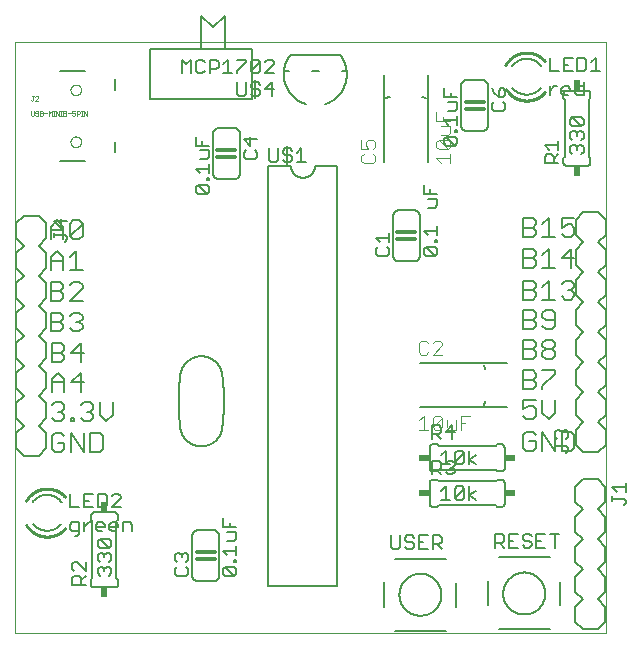
<source format=gto>
G75*
%MOIN*%
%OFA0B0*%
%FSLAX25Y25*%
%IPPOS*%
%LPD*%
%AMOC8*
5,1,8,0,0,1.08239X$1,22.5*
%
%ADD10C,0.00000*%
%ADD11C,0.00700*%
%ADD12C,0.00600*%
%ADD13C,0.01200*%
%ADD14C,0.00500*%
%ADD15C,0.00800*%
%ADD16C,0.00400*%
%ADD17C,0.00100*%
%ADD18C,0.01000*%
%ADD19R,0.02400X0.03400*%
%ADD20R,0.03400X0.02400*%
D10*
X0013611Y0013611D02*
X0013611Y0210461D01*
X0210461Y0210461D01*
X0210461Y0013611D01*
X0013611Y0013611D01*
X0031997Y0177194D02*
X0031999Y0177278D01*
X0032005Y0177361D01*
X0032015Y0177444D01*
X0032029Y0177527D01*
X0032046Y0177609D01*
X0032068Y0177690D01*
X0032093Y0177769D01*
X0032122Y0177848D01*
X0032155Y0177925D01*
X0032191Y0178000D01*
X0032231Y0178074D01*
X0032274Y0178146D01*
X0032321Y0178215D01*
X0032371Y0178282D01*
X0032424Y0178347D01*
X0032480Y0178409D01*
X0032538Y0178469D01*
X0032600Y0178526D01*
X0032664Y0178579D01*
X0032731Y0178630D01*
X0032800Y0178677D01*
X0032871Y0178722D01*
X0032944Y0178762D01*
X0033019Y0178799D01*
X0033096Y0178833D01*
X0033174Y0178863D01*
X0033253Y0178889D01*
X0033334Y0178912D01*
X0033416Y0178930D01*
X0033498Y0178945D01*
X0033581Y0178956D01*
X0033664Y0178963D01*
X0033748Y0178966D01*
X0033832Y0178965D01*
X0033915Y0178960D01*
X0033999Y0178951D01*
X0034081Y0178938D01*
X0034163Y0178922D01*
X0034244Y0178901D01*
X0034325Y0178877D01*
X0034403Y0178849D01*
X0034481Y0178817D01*
X0034557Y0178781D01*
X0034631Y0178742D01*
X0034703Y0178700D01*
X0034773Y0178654D01*
X0034841Y0178605D01*
X0034906Y0178553D01*
X0034969Y0178498D01*
X0035029Y0178440D01*
X0035087Y0178379D01*
X0035141Y0178315D01*
X0035193Y0178249D01*
X0035241Y0178181D01*
X0035286Y0178110D01*
X0035327Y0178037D01*
X0035366Y0177963D01*
X0035400Y0177887D01*
X0035431Y0177809D01*
X0035458Y0177730D01*
X0035482Y0177649D01*
X0035501Y0177568D01*
X0035517Y0177486D01*
X0035529Y0177403D01*
X0035537Y0177319D01*
X0035541Y0177236D01*
X0035541Y0177152D01*
X0035537Y0177069D01*
X0035529Y0176985D01*
X0035517Y0176902D01*
X0035501Y0176820D01*
X0035482Y0176739D01*
X0035458Y0176658D01*
X0035431Y0176579D01*
X0035400Y0176501D01*
X0035366Y0176425D01*
X0035327Y0176351D01*
X0035286Y0176278D01*
X0035241Y0176207D01*
X0035193Y0176139D01*
X0035141Y0176073D01*
X0035087Y0176009D01*
X0035029Y0175948D01*
X0034969Y0175890D01*
X0034906Y0175835D01*
X0034841Y0175783D01*
X0034773Y0175734D01*
X0034703Y0175688D01*
X0034631Y0175646D01*
X0034557Y0175607D01*
X0034481Y0175571D01*
X0034403Y0175539D01*
X0034325Y0175511D01*
X0034244Y0175487D01*
X0034163Y0175466D01*
X0034081Y0175450D01*
X0033999Y0175437D01*
X0033915Y0175428D01*
X0033832Y0175423D01*
X0033748Y0175422D01*
X0033664Y0175425D01*
X0033581Y0175432D01*
X0033498Y0175443D01*
X0033416Y0175458D01*
X0033334Y0175476D01*
X0033253Y0175499D01*
X0033174Y0175525D01*
X0033096Y0175555D01*
X0033019Y0175589D01*
X0032944Y0175626D01*
X0032871Y0175666D01*
X0032800Y0175711D01*
X0032731Y0175758D01*
X0032664Y0175809D01*
X0032600Y0175862D01*
X0032538Y0175919D01*
X0032480Y0175979D01*
X0032424Y0176041D01*
X0032371Y0176106D01*
X0032321Y0176173D01*
X0032274Y0176242D01*
X0032231Y0176314D01*
X0032191Y0176388D01*
X0032155Y0176463D01*
X0032122Y0176540D01*
X0032093Y0176619D01*
X0032068Y0176698D01*
X0032046Y0176779D01*
X0032029Y0176861D01*
X0032015Y0176944D01*
X0032005Y0177027D01*
X0031999Y0177110D01*
X0031997Y0177194D01*
X0031997Y0194517D02*
X0031999Y0194601D01*
X0032005Y0194684D01*
X0032015Y0194767D01*
X0032029Y0194850D01*
X0032046Y0194932D01*
X0032068Y0195013D01*
X0032093Y0195092D01*
X0032122Y0195171D01*
X0032155Y0195248D01*
X0032191Y0195323D01*
X0032231Y0195397D01*
X0032274Y0195469D01*
X0032321Y0195538D01*
X0032371Y0195605D01*
X0032424Y0195670D01*
X0032480Y0195732D01*
X0032538Y0195792D01*
X0032600Y0195849D01*
X0032664Y0195902D01*
X0032731Y0195953D01*
X0032800Y0196000D01*
X0032871Y0196045D01*
X0032944Y0196085D01*
X0033019Y0196122D01*
X0033096Y0196156D01*
X0033174Y0196186D01*
X0033253Y0196212D01*
X0033334Y0196235D01*
X0033416Y0196253D01*
X0033498Y0196268D01*
X0033581Y0196279D01*
X0033664Y0196286D01*
X0033748Y0196289D01*
X0033832Y0196288D01*
X0033915Y0196283D01*
X0033999Y0196274D01*
X0034081Y0196261D01*
X0034163Y0196245D01*
X0034244Y0196224D01*
X0034325Y0196200D01*
X0034403Y0196172D01*
X0034481Y0196140D01*
X0034557Y0196104D01*
X0034631Y0196065D01*
X0034703Y0196023D01*
X0034773Y0195977D01*
X0034841Y0195928D01*
X0034906Y0195876D01*
X0034969Y0195821D01*
X0035029Y0195763D01*
X0035087Y0195702D01*
X0035141Y0195638D01*
X0035193Y0195572D01*
X0035241Y0195504D01*
X0035286Y0195433D01*
X0035327Y0195360D01*
X0035366Y0195286D01*
X0035400Y0195210D01*
X0035431Y0195132D01*
X0035458Y0195053D01*
X0035482Y0194972D01*
X0035501Y0194891D01*
X0035517Y0194809D01*
X0035529Y0194726D01*
X0035537Y0194642D01*
X0035541Y0194559D01*
X0035541Y0194475D01*
X0035537Y0194392D01*
X0035529Y0194308D01*
X0035517Y0194225D01*
X0035501Y0194143D01*
X0035482Y0194062D01*
X0035458Y0193981D01*
X0035431Y0193902D01*
X0035400Y0193824D01*
X0035366Y0193748D01*
X0035327Y0193674D01*
X0035286Y0193601D01*
X0035241Y0193530D01*
X0035193Y0193462D01*
X0035141Y0193396D01*
X0035087Y0193332D01*
X0035029Y0193271D01*
X0034969Y0193213D01*
X0034906Y0193158D01*
X0034841Y0193106D01*
X0034773Y0193057D01*
X0034703Y0193011D01*
X0034631Y0192969D01*
X0034557Y0192930D01*
X0034481Y0192894D01*
X0034403Y0192862D01*
X0034325Y0192834D01*
X0034244Y0192810D01*
X0034163Y0192789D01*
X0034081Y0192773D01*
X0033999Y0192760D01*
X0033915Y0192751D01*
X0033832Y0192746D01*
X0033748Y0192745D01*
X0033664Y0192748D01*
X0033581Y0192755D01*
X0033498Y0192766D01*
X0033416Y0192781D01*
X0033334Y0192799D01*
X0033253Y0192822D01*
X0033174Y0192848D01*
X0033096Y0192878D01*
X0033019Y0192912D01*
X0032944Y0192949D01*
X0032871Y0192989D01*
X0032800Y0193034D01*
X0032731Y0193081D01*
X0032664Y0193132D01*
X0032600Y0193185D01*
X0032538Y0193242D01*
X0032480Y0193302D01*
X0032424Y0193364D01*
X0032371Y0193429D01*
X0032321Y0193496D01*
X0032274Y0193565D01*
X0032231Y0193637D01*
X0032191Y0193711D01*
X0032155Y0193786D01*
X0032122Y0193863D01*
X0032093Y0193942D01*
X0032068Y0194021D01*
X0032046Y0194102D01*
X0032029Y0194184D01*
X0032015Y0194267D01*
X0032005Y0194350D01*
X0031999Y0194433D01*
X0031997Y0194517D01*
D11*
X0032875Y0150975D02*
X0034977Y0150975D01*
X0036027Y0149924D01*
X0031824Y0145721D01*
X0032875Y0144670D01*
X0034977Y0144670D01*
X0036027Y0145721D01*
X0036027Y0149924D01*
X0032875Y0150975D02*
X0031824Y0149924D01*
X0031824Y0145721D01*
X0029582Y0144670D02*
X0029582Y0148873D01*
X0027480Y0150975D01*
X0025378Y0148873D01*
X0025378Y0144670D01*
X0025378Y0147822D02*
X0029582Y0147822D01*
X0027480Y0140739D02*
X0029582Y0138637D01*
X0029582Y0134433D01*
X0031824Y0134433D02*
X0036027Y0134433D01*
X0033926Y0134433D02*
X0033926Y0140739D01*
X0031824Y0138637D01*
X0029582Y0137586D02*
X0025378Y0137586D01*
X0025378Y0138637D02*
X0027480Y0140739D01*
X0025378Y0138637D02*
X0025378Y0134433D01*
X0025378Y0130503D02*
X0028531Y0130503D01*
X0029582Y0129452D01*
X0029582Y0128401D01*
X0028531Y0127350D01*
X0025378Y0127350D01*
X0025378Y0124197D02*
X0025378Y0130503D01*
X0028531Y0127350D02*
X0029582Y0126299D01*
X0029582Y0125248D01*
X0028531Y0124197D01*
X0025378Y0124197D01*
X0025378Y0120266D02*
X0028531Y0120266D01*
X0029582Y0119216D01*
X0029582Y0118165D01*
X0028531Y0117114D01*
X0025378Y0117114D01*
X0025378Y0120266D02*
X0025378Y0113961D01*
X0028531Y0113961D01*
X0029582Y0115012D01*
X0029582Y0116063D01*
X0028531Y0117114D01*
X0031824Y0119216D02*
X0032875Y0120266D01*
X0034977Y0120266D01*
X0036027Y0119216D01*
X0036027Y0118165D01*
X0034977Y0117114D01*
X0036027Y0116063D01*
X0036027Y0115012D01*
X0034977Y0113961D01*
X0032875Y0113961D01*
X0031824Y0115012D01*
X0033926Y0117114D02*
X0034977Y0117114D01*
X0036027Y0124197D02*
X0031824Y0124197D01*
X0036027Y0128401D01*
X0036027Y0129452D01*
X0034977Y0130503D01*
X0032875Y0130503D01*
X0031824Y0129452D01*
X0028925Y0110030D02*
X0025772Y0110030D01*
X0025772Y0103725D01*
X0028925Y0103725D01*
X0029976Y0104776D01*
X0029976Y0105827D01*
X0028925Y0106877D01*
X0025772Y0106877D01*
X0028925Y0106877D02*
X0029976Y0107928D01*
X0029976Y0108979D01*
X0028925Y0110030D01*
X0032218Y0106877D02*
X0036421Y0106877D01*
X0035370Y0103725D02*
X0035370Y0110030D01*
X0032218Y0106877D01*
X0035370Y0100188D02*
X0032218Y0097035D01*
X0036421Y0097035D01*
X0035370Y0093882D02*
X0035370Y0100188D01*
X0029976Y0098086D02*
X0029976Y0093882D01*
X0029976Y0097035D02*
X0025772Y0097035D01*
X0025772Y0098086D02*
X0027874Y0100188D01*
X0029976Y0098086D01*
X0025772Y0098086D02*
X0025772Y0093882D01*
X0026823Y0090345D02*
X0028925Y0090345D01*
X0029976Y0089294D01*
X0029976Y0088243D01*
X0028925Y0087192D01*
X0029976Y0086142D01*
X0029976Y0085091D01*
X0028925Y0084040D01*
X0026823Y0084040D01*
X0025772Y0085091D01*
X0027874Y0087192D02*
X0028925Y0087192D01*
X0025772Y0089294D02*
X0026823Y0090345D01*
X0032218Y0085091D02*
X0033268Y0085091D01*
X0033268Y0084040D01*
X0032218Y0084040D01*
X0032218Y0085091D01*
X0035440Y0085091D02*
X0036491Y0084040D01*
X0038593Y0084040D01*
X0039644Y0085091D01*
X0039644Y0086142D01*
X0038593Y0087192D01*
X0037542Y0087192D01*
X0038593Y0087192D02*
X0039644Y0088243D01*
X0039644Y0089294D01*
X0038593Y0090345D01*
X0036491Y0090345D01*
X0035440Y0089294D01*
X0041886Y0090345D02*
X0041886Y0086142D01*
X0043988Y0084040D01*
X0046089Y0086142D01*
X0046089Y0090345D01*
X0041816Y0080109D02*
X0038663Y0080109D01*
X0038663Y0073804D01*
X0041816Y0073804D01*
X0042867Y0074854D01*
X0042867Y0079058D01*
X0041816Y0080109D01*
X0036421Y0080109D02*
X0036421Y0073804D01*
X0032218Y0080109D01*
X0032218Y0073804D01*
X0029976Y0074854D02*
X0029976Y0076956D01*
X0027874Y0076956D01*
X0029976Y0074854D02*
X0028925Y0073804D01*
X0026823Y0073804D01*
X0025772Y0074854D01*
X0025772Y0079058D01*
X0026823Y0080109D01*
X0028925Y0080109D01*
X0029976Y0079058D01*
X0182859Y0079452D02*
X0182859Y0075248D01*
X0183910Y0074197D01*
X0186011Y0074197D01*
X0187062Y0075248D01*
X0187062Y0077350D01*
X0184960Y0077350D01*
X0182859Y0079452D02*
X0183910Y0080503D01*
X0186011Y0080503D01*
X0187062Y0079452D01*
X0189304Y0080503D02*
X0193508Y0074197D01*
X0193508Y0080503D01*
X0195750Y0080503D02*
X0198902Y0080503D01*
X0199953Y0079452D01*
X0199953Y0075248D01*
X0198902Y0074197D01*
X0195750Y0074197D01*
X0195750Y0080503D01*
X0191406Y0084827D02*
X0193508Y0086929D01*
X0193508Y0091133D01*
X0189304Y0091133D02*
X0189304Y0086929D01*
X0191406Y0084827D01*
X0187062Y0085878D02*
X0187062Y0087980D01*
X0186011Y0089031D01*
X0184960Y0089031D01*
X0182859Y0087980D01*
X0182859Y0091133D01*
X0187062Y0091133D01*
X0186011Y0094670D02*
X0182859Y0094670D01*
X0182859Y0100975D01*
X0186011Y0100975D01*
X0187062Y0099924D01*
X0187062Y0098873D01*
X0186011Y0097822D01*
X0182859Y0097822D01*
X0186011Y0097822D02*
X0187062Y0096771D01*
X0187062Y0095721D01*
X0186011Y0094670D01*
X0189304Y0094670D02*
X0189304Y0095721D01*
X0193508Y0099924D01*
X0193508Y0100975D01*
X0189304Y0100975D01*
X0190355Y0104906D02*
X0189304Y0105957D01*
X0189304Y0107008D01*
X0190355Y0108059D01*
X0192457Y0108059D01*
X0193508Y0107008D01*
X0193508Y0105957D01*
X0192457Y0104906D01*
X0190355Y0104906D01*
X0190355Y0108059D02*
X0189304Y0109109D01*
X0189304Y0110160D01*
X0190355Y0111211D01*
X0192457Y0111211D01*
X0193508Y0110160D01*
X0193508Y0109109D01*
X0192457Y0108059D01*
X0187062Y0109109D02*
X0186011Y0108059D01*
X0182859Y0108059D01*
X0182859Y0111211D02*
X0182859Y0104906D01*
X0186011Y0104906D01*
X0187062Y0105957D01*
X0187062Y0107008D01*
X0186011Y0108059D01*
X0187062Y0109109D02*
X0187062Y0110160D01*
X0186011Y0111211D01*
X0182859Y0111211D01*
X0182859Y0114748D02*
X0186011Y0114748D01*
X0187062Y0115799D01*
X0187062Y0116850D01*
X0186011Y0117901D01*
X0182859Y0117901D01*
X0186011Y0117901D02*
X0187062Y0118952D01*
X0187062Y0120003D01*
X0186011Y0121054D01*
X0182859Y0121054D01*
X0182859Y0114748D01*
X0189304Y0115799D02*
X0190355Y0114748D01*
X0192457Y0114748D01*
X0193508Y0115799D01*
X0193508Y0120003D01*
X0192457Y0121054D01*
X0190355Y0121054D01*
X0189304Y0120003D01*
X0189304Y0118952D01*
X0190355Y0117901D01*
X0193508Y0117901D01*
X0193508Y0124591D02*
X0189304Y0124591D01*
X0191406Y0124591D02*
X0191406Y0130896D01*
X0189304Y0128795D01*
X0187062Y0128795D02*
X0186011Y0127744D01*
X0182859Y0127744D01*
X0182859Y0130896D02*
X0182859Y0124591D01*
X0186011Y0124591D01*
X0187062Y0125642D01*
X0187062Y0126693D01*
X0186011Y0127744D01*
X0187062Y0128795D02*
X0187062Y0129845D01*
X0186011Y0130896D01*
X0182859Y0130896D01*
X0182859Y0135221D02*
X0186011Y0135221D01*
X0187062Y0136272D01*
X0187062Y0137323D01*
X0186011Y0138374D01*
X0182859Y0138374D01*
X0182859Y0141526D02*
X0182859Y0135221D01*
X0186011Y0138374D02*
X0187062Y0139424D01*
X0187062Y0140475D01*
X0186011Y0141526D01*
X0182859Y0141526D01*
X0182859Y0145457D02*
X0186011Y0145457D01*
X0187062Y0146508D01*
X0187062Y0147559D01*
X0186011Y0148610D01*
X0182859Y0148610D01*
X0186011Y0148610D02*
X0187062Y0149661D01*
X0187062Y0150712D01*
X0186011Y0151762D01*
X0182859Y0151762D01*
X0182859Y0145457D01*
X0189304Y0145457D02*
X0193508Y0145457D01*
X0191406Y0145457D02*
X0191406Y0151762D01*
X0189304Y0149661D01*
X0195750Y0148610D02*
X0197851Y0149661D01*
X0198902Y0149661D01*
X0199953Y0148610D01*
X0199953Y0146508D01*
X0198902Y0145457D01*
X0196801Y0145457D01*
X0195750Y0146508D01*
X0195750Y0148610D02*
X0195750Y0151762D01*
X0199953Y0151762D01*
X0198902Y0141526D02*
X0195750Y0138374D01*
X0199953Y0138374D01*
X0198902Y0141526D02*
X0198902Y0135221D01*
X0198902Y0130896D02*
X0196801Y0130896D01*
X0195750Y0129845D01*
X0197851Y0127744D02*
X0198902Y0127744D01*
X0199953Y0126693D01*
X0199953Y0125642D01*
X0198902Y0124591D01*
X0196801Y0124591D01*
X0195750Y0125642D01*
X0198902Y0127744D02*
X0199953Y0128795D01*
X0199953Y0129845D01*
X0198902Y0130896D01*
X0193508Y0135221D02*
X0189304Y0135221D01*
X0191406Y0135221D02*
X0191406Y0141526D01*
X0189304Y0139424D01*
X0187062Y0085878D02*
X0186011Y0084827D01*
X0183910Y0084827D01*
X0182859Y0085878D01*
X0189304Y0080503D02*
X0189304Y0074197D01*
D12*
X0176702Y0075379D02*
X0176702Y0068379D01*
X0176700Y0068319D01*
X0176695Y0068258D01*
X0176686Y0068199D01*
X0176673Y0068140D01*
X0176657Y0068081D01*
X0176637Y0068024D01*
X0176614Y0067969D01*
X0176587Y0067914D01*
X0176558Y0067862D01*
X0176525Y0067811D01*
X0176489Y0067762D01*
X0176451Y0067716D01*
X0176409Y0067672D01*
X0176365Y0067630D01*
X0176319Y0067592D01*
X0176270Y0067556D01*
X0176219Y0067523D01*
X0176167Y0067494D01*
X0176112Y0067467D01*
X0176057Y0067444D01*
X0176000Y0067424D01*
X0175941Y0067408D01*
X0175882Y0067395D01*
X0175823Y0067386D01*
X0175762Y0067381D01*
X0175702Y0067379D01*
X0174202Y0067379D01*
X0173702Y0067879D01*
X0154702Y0067879D01*
X0154202Y0067379D01*
X0152702Y0067379D01*
X0152642Y0067381D01*
X0152581Y0067386D01*
X0152522Y0067395D01*
X0152463Y0067408D01*
X0152404Y0067424D01*
X0152347Y0067444D01*
X0152292Y0067467D01*
X0152237Y0067494D01*
X0152185Y0067523D01*
X0152134Y0067556D01*
X0152085Y0067592D01*
X0152039Y0067630D01*
X0151995Y0067672D01*
X0151953Y0067716D01*
X0151915Y0067762D01*
X0151879Y0067811D01*
X0151846Y0067862D01*
X0151817Y0067914D01*
X0151790Y0067969D01*
X0151767Y0068024D01*
X0151747Y0068081D01*
X0151731Y0068140D01*
X0151718Y0068199D01*
X0151709Y0068258D01*
X0151704Y0068319D01*
X0151702Y0068379D01*
X0151702Y0075379D01*
X0151704Y0075439D01*
X0151709Y0075500D01*
X0151718Y0075559D01*
X0151731Y0075618D01*
X0151747Y0075677D01*
X0151767Y0075734D01*
X0151790Y0075789D01*
X0151817Y0075844D01*
X0151846Y0075896D01*
X0151879Y0075947D01*
X0151915Y0075996D01*
X0151953Y0076042D01*
X0151995Y0076086D01*
X0152039Y0076128D01*
X0152085Y0076166D01*
X0152134Y0076202D01*
X0152185Y0076235D01*
X0152237Y0076264D01*
X0152292Y0076291D01*
X0152347Y0076314D01*
X0152404Y0076334D01*
X0152463Y0076350D01*
X0152522Y0076363D01*
X0152581Y0076372D01*
X0152642Y0076377D01*
X0152702Y0076379D01*
X0154202Y0076379D01*
X0154702Y0075879D01*
X0173702Y0075879D01*
X0174202Y0076379D01*
X0175702Y0076379D01*
X0175762Y0076377D01*
X0175823Y0076372D01*
X0175882Y0076363D01*
X0175941Y0076350D01*
X0176000Y0076334D01*
X0176057Y0076314D01*
X0176112Y0076291D01*
X0176167Y0076264D01*
X0176219Y0076235D01*
X0176270Y0076202D01*
X0176319Y0076166D01*
X0176365Y0076128D01*
X0176409Y0076086D01*
X0176451Y0076042D01*
X0176489Y0075996D01*
X0176525Y0075947D01*
X0176558Y0075896D01*
X0176587Y0075844D01*
X0176614Y0075789D01*
X0176637Y0075734D01*
X0176657Y0075677D01*
X0176673Y0075618D01*
X0176686Y0075559D01*
X0176695Y0075500D01*
X0176700Y0075439D01*
X0176702Y0075379D01*
X0175702Y0064568D02*
X0174202Y0064568D01*
X0173702Y0064068D01*
X0154702Y0064068D01*
X0154202Y0064568D01*
X0152702Y0064568D01*
X0152642Y0064566D01*
X0152581Y0064561D01*
X0152522Y0064552D01*
X0152463Y0064539D01*
X0152404Y0064523D01*
X0152347Y0064503D01*
X0152292Y0064480D01*
X0152237Y0064453D01*
X0152185Y0064424D01*
X0152134Y0064391D01*
X0152085Y0064355D01*
X0152039Y0064317D01*
X0151995Y0064275D01*
X0151953Y0064231D01*
X0151915Y0064185D01*
X0151879Y0064136D01*
X0151846Y0064085D01*
X0151817Y0064033D01*
X0151790Y0063978D01*
X0151767Y0063923D01*
X0151747Y0063866D01*
X0151731Y0063807D01*
X0151718Y0063748D01*
X0151709Y0063689D01*
X0151704Y0063628D01*
X0151702Y0063568D01*
X0151702Y0056568D01*
X0151704Y0056508D01*
X0151709Y0056447D01*
X0151718Y0056388D01*
X0151731Y0056329D01*
X0151747Y0056270D01*
X0151767Y0056213D01*
X0151790Y0056158D01*
X0151817Y0056103D01*
X0151846Y0056051D01*
X0151879Y0056000D01*
X0151915Y0055951D01*
X0151953Y0055905D01*
X0151995Y0055861D01*
X0152039Y0055819D01*
X0152085Y0055781D01*
X0152134Y0055745D01*
X0152185Y0055712D01*
X0152237Y0055683D01*
X0152292Y0055656D01*
X0152347Y0055633D01*
X0152404Y0055613D01*
X0152463Y0055597D01*
X0152522Y0055584D01*
X0152581Y0055575D01*
X0152642Y0055570D01*
X0152702Y0055568D01*
X0154202Y0055568D01*
X0154702Y0056068D01*
X0173702Y0056068D01*
X0174202Y0055568D01*
X0175702Y0055568D01*
X0175762Y0055570D01*
X0175823Y0055575D01*
X0175882Y0055584D01*
X0175941Y0055597D01*
X0176000Y0055613D01*
X0176057Y0055633D01*
X0176112Y0055656D01*
X0176167Y0055683D01*
X0176219Y0055712D01*
X0176270Y0055745D01*
X0176319Y0055781D01*
X0176365Y0055819D01*
X0176409Y0055861D01*
X0176451Y0055905D01*
X0176489Y0055951D01*
X0176525Y0056000D01*
X0176558Y0056051D01*
X0176587Y0056103D01*
X0176614Y0056158D01*
X0176637Y0056213D01*
X0176657Y0056270D01*
X0176673Y0056329D01*
X0176686Y0056388D01*
X0176695Y0056447D01*
X0176700Y0056508D01*
X0176702Y0056568D01*
X0176702Y0063568D01*
X0176700Y0063628D01*
X0176695Y0063689D01*
X0176686Y0063748D01*
X0176673Y0063807D01*
X0176657Y0063866D01*
X0176637Y0063923D01*
X0176614Y0063978D01*
X0176587Y0064033D01*
X0176558Y0064085D01*
X0176525Y0064136D01*
X0176489Y0064185D01*
X0176451Y0064231D01*
X0176409Y0064275D01*
X0176365Y0064317D01*
X0176319Y0064355D01*
X0176270Y0064391D01*
X0176219Y0064424D01*
X0176167Y0064453D01*
X0176112Y0064480D01*
X0176057Y0064503D01*
X0176000Y0064523D01*
X0175941Y0064539D01*
X0175882Y0064552D01*
X0175823Y0064561D01*
X0175762Y0064566D01*
X0175702Y0064568D01*
X0120977Y0029241D02*
X0097977Y0029241D01*
X0097977Y0169241D01*
X0105477Y0169241D01*
X0105479Y0169115D01*
X0105485Y0168990D01*
X0105495Y0168865D01*
X0105509Y0168740D01*
X0105526Y0168615D01*
X0105548Y0168491D01*
X0105573Y0168368D01*
X0105603Y0168246D01*
X0105636Y0168125D01*
X0105673Y0168005D01*
X0105713Y0167886D01*
X0105758Y0167769D01*
X0105806Y0167652D01*
X0105858Y0167538D01*
X0105913Y0167425D01*
X0105972Y0167314D01*
X0106034Y0167205D01*
X0106100Y0167098D01*
X0106169Y0166993D01*
X0106241Y0166890D01*
X0106316Y0166789D01*
X0106395Y0166691D01*
X0106477Y0166596D01*
X0106561Y0166503D01*
X0106649Y0166413D01*
X0106739Y0166325D01*
X0106832Y0166241D01*
X0106927Y0166159D01*
X0107025Y0166080D01*
X0107126Y0166005D01*
X0107229Y0165933D01*
X0107334Y0165864D01*
X0107441Y0165798D01*
X0107550Y0165736D01*
X0107661Y0165677D01*
X0107774Y0165622D01*
X0107888Y0165570D01*
X0108005Y0165522D01*
X0108122Y0165477D01*
X0108241Y0165437D01*
X0108361Y0165400D01*
X0108482Y0165367D01*
X0108604Y0165337D01*
X0108727Y0165312D01*
X0108851Y0165290D01*
X0108976Y0165273D01*
X0109101Y0165259D01*
X0109226Y0165249D01*
X0109351Y0165243D01*
X0109477Y0165241D01*
X0109603Y0165243D01*
X0109728Y0165249D01*
X0109853Y0165259D01*
X0109978Y0165273D01*
X0110103Y0165290D01*
X0110227Y0165312D01*
X0110350Y0165337D01*
X0110472Y0165367D01*
X0110593Y0165400D01*
X0110713Y0165437D01*
X0110832Y0165477D01*
X0110949Y0165522D01*
X0111066Y0165570D01*
X0111180Y0165622D01*
X0111293Y0165677D01*
X0111404Y0165736D01*
X0111513Y0165798D01*
X0111620Y0165864D01*
X0111725Y0165933D01*
X0111828Y0166005D01*
X0111929Y0166080D01*
X0112027Y0166159D01*
X0112122Y0166241D01*
X0112215Y0166325D01*
X0112305Y0166413D01*
X0112393Y0166503D01*
X0112477Y0166596D01*
X0112559Y0166691D01*
X0112638Y0166789D01*
X0112713Y0166890D01*
X0112785Y0166993D01*
X0112854Y0167098D01*
X0112920Y0167205D01*
X0112982Y0167314D01*
X0113041Y0167425D01*
X0113096Y0167538D01*
X0113148Y0167652D01*
X0113196Y0167769D01*
X0113241Y0167886D01*
X0113281Y0168005D01*
X0113318Y0168125D01*
X0113351Y0168246D01*
X0113381Y0168368D01*
X0113406Y0168491D01*
X0113428Y0168615D01*
X0113445Y0168740D01*
X0113459Y0168865D01*
X0113469Y0168990D01*
X0113475Y0169115D01*
X0113477Y0169241D01*
X0120977Y0169241D01*
X0120977Y0029241D01*
X0081576Y0032780D02*
X0081576Y0045780D01*
X0081574Y0045867D01*
X0081568Y0045954D01*
X0081559Y0046041D01*
X0081546Y0046127D01*
X0081529Y0046213D01*
X0081508Y0046298D01*
X0081483Y0046381D01*
X0081455Y0046464D01*
X0081424Y0046545D01*
X0081389Y0046625D01*
X0081350Y0046703D01*
X0081308Y0046780D01*
X0081263Y0046855D01*
X0081214Y0046927D01*
X0081163Y0046998D01*
X0081108Y0047066D01*
X0081051Y0047131D01*
X0080990Y0047194D01*
X0080927Y0047255D01*
X0080862Y0047312D01*
X0080794Y0047367D01*
X0080723Y0047418D01*
X0080651Y0047467D01*
X0080576Y0047512D01*
X0080499Y0047554D01*
X0080421Y0047593D01*
X0080341Y0047628D01*
X0080260Y0047659D01*
X0080177Y0047687D01*
X0080094Y0047712D01*
X0080009Y0047733D01*
X0079923Y0047750D01*
X0079837Y0047763D01*
X0079750Y0047772D01*
X0079663Y0047778D01*
X0079576Y0047780D01*
X0074576Y0047780D01*
X0074489Y0047778D01*
X0074402Y0047772D01*
X0074315Y0047763D01*
X0074229Y0047750D01*
X0074143Y0047733D01*
X0074058Y0047712D01*
X0073975Y0047687D01*
X0073892Y0047659D01*
X0073811Y0047628D01*
X0073731Y0047593D01*
X0073653Y0047554D01*
X0073576Y0047512D01*
X0073501Y0047467D01*
X0073429Y0047418D01*
X0073358Y0047367D01*
X0073290Y0047312D01*
X0073225Y0047255D01*
X0073162Y0047194D01*
X0073101Y0047131D01*
X0073044Y0047066D01*
X0072989Y0046998D01*
X0072938Y0046927D01*
X0072889Y0046855D01*
X0072844Y0046780D01*
X0072802Y0046703D01*
X0072763Y0046625D01*
X0072728Y0046545D01*
X0072697Y0046464D01*
X0072669Y0046381D01*
X0072644Y0046298D01*
X0072623Y0046213D01*
X0072606Y0046127D01*
X0072593Y0046041D01*
X0072584Y0045954D01*
X0072578Y0045867D01*
X0072576Y0045780D01*
X0072576Y0032780D01*
X0072578Y0032693D01*
X0072584Y0032606D01*
X0072593Y0032519D01*
X0072606Y0032433D01*
X0072623Y0032347D01*
X0072644Y0032262D01*
X0072669Y0032179D01*
X0072697Y0032096D01*
X0072728Y0032015D01*
X0072763Y0031935D01*
X0072802Y0031857D01*
X0072844Y0031780D01*
X0072889Y0031705D01*
X0072938Y0031633D01*
X0072989Y0031562D01*
X0073044Y0031494D01*
X0073101Y0031429D01*
X0073162Y0031366D01*
X0073225Y0031305D01*
X0073290Y0031248D01*
X0073358Y0031193D01*
X0073429Y0031142D01*
X0073501Y0031093D01*
X0073576Y0031048D01*
X0073653Y0031006D01*
X0073731Y0030967D01*
X0073811Y0030932D01*
X0073892Y0030901D01*
X0073975Y0030873D01*
X0074058Y0030848D01*
X0074143Y0030827D01*
X0074229Y0030810D01*
X0074315Y0030797D01*
X0074402Y0030788D01*
X0074489Y0030782D01*
X0074576Y0030780D01*
X0079576Y0030780D01*
X0079663Y0030782D01*
X0079750Y0030788D01*
X0079837Y0030797D01*
X0079923Y0030810D01*
X0080009Y0030827D01*
X0080094Y0030848D01*
X0080177Y0030873D01*
X0080260Y0030901D01*
X0080341Y0030932D01*
X0080421Y0030967D01*
X0080499Y0031006D01*
X0080576Y0031048D01*
X0080651Y0031093D01*
X0080723Y0031142D01*
X0080794Y0031193D01*
X0080862Y0031248D01*
X0080927Y0031305D01*
X0080990Y0031366D01*
X0081051Y0031429D01*
X0081108Y0031494D01*
X0081163Y0031562D01*
X0081214Y0031633D01*
X0081263Y0031705D01*
X0081308Y0031780D01*
X0081350Y0031857D01*
X0081389Y0031935D01*
X0081424Y0032015D01*
X0081455Y0032096D01*
X0081483Y0032179D01*
X0081508Y0032262D01*
X0081529Y0032347D01*
X0081546Y0032433D01*
X0081559Y0032519D01*
X0081568Y0032606D01*
X0081574Y0032693D01*
X0081576Y0032780D01*
X0047835Y0031209D02*
X0047835Y0029709D01*
X0047833Y0029649D01*
X0047828Y0029588D01*
X0047819Y0029529D01*
X0047806Y0029470D01*
X0047790Y0029411D01*
X0047770Y0029354D01*
X0047747Y0029299D01*
X0047720Y0029244D01*
X0047691Y0029192D01*
X0047658Y0029141D01*
X0047622Y0029092D01*
X0047584Y0029046D01*
X0047542Y0029002D01*
X0047498Y0028960D01*
X0047452Y0028922D01*
X0047403Y0028886D01*
X0047352Y0028853D01*
X0047300Y0028824D01*
X0047245Y0028797D01*
X0047190Y0028774D01*
X0047133Y0028754D01*
X0047074Y0028738D01*
X0047015Y0028725D01*
X0046956Y0028716D01*
X0046895Y0028711D01*
X0046835Y0028709D01*
X0039835Y0028709D01*
X0039775Y0028711D01*
X0039714Y0028716D01*
X0039655Y0028725D01*
X0039596Y0028738D01*
X0039537Y0028754D01*
X0039480Y0028774D01*
X0039425Y0028797D01*
X0039370Y0028824D01*
X0039318Y0028853D01*
X0039267Y0028886D01*
X0039218Y0028922D01*
X0039172Y0028960D01*
X0039128Y0029002D01*
X0039086Y0029046D01*
X0039048Y0029092D01*
X0039012Y0029141D01*
X0038979Y0029192D01*
X0038950Y0029244D01*
X0038923Y0029299D01*
X0038900Y0029354D01*
X0038880Y0029411D01*
X0038864Y0029470D01*
X0038851Y0029529D01*
X0038842Y0029588D01*
X0038837Y0029649D01*
X0038835Y0029709D01*
X0038835Y0031209D01*
X0039335Y0031709D01*
X0039335Y0050709D01*
X0038835Y0051209D01*
X0038835Y0052709D01*
X0038837Y0052769D01*
X0038842Y0052830D01*
X0038851Y0052889D01*
X0038864Y0052948D01*
X0038880Y0053007D01*
X0038900Y0053064D01*
X0038923Y0053119D01*
X0038950Y0053174D01*
X0038979Y0053226D01*
X0039012Y0053277D01*
X0039048Y0053326D01*
X0039086Y0053372D01*
X0039128Y0053416D01*
X0039172Y0053458D01*
X0039218Y0053496D01*
X0039267Y0053532D01*
X0039318Y0053565D01*
X0039370Y0053594D01*
X0039425Y0053621D01*
X0039480Y0053644D01*
X0039537Y0053664D01*
X0039596Y0053680D01*
X0039655Y0053693D01*
X0039714Y0053702D01*
X0039775Y0053707D01*
X0039835Y0053709D01*
X0046835Y0053709D01*
X0046895Y0053707D01*
X0046956Y0053702D01*
X0047015Y0053693D01*
X0047074Y0053680D01*
X0047133Y0053664D01*
X0047190Y0053644D01*
X0047245Y0053621D01*
X0047300Y0053594D01*
X0047352Y0053565D01*
X0047403Y0053532D01*
X0047452Y0053496D01*
X0047498Y0053458D01*
X0047542Y0053416D01*
X0047584Y0053372D01*
X0047622Y0053326D01*
X0047658Y0053277D01*
X0047691Y0053226D01*
X0047720Y0053174D01*
X0047747Y0053119D01*
X0047770Y0053064D01*
X0047790Y0053007D01*
X0047806Y0052948D01*
X0047819Y0052889D01*
X0047828Y0052830D01*
X0047833Y0052769D01*
X0047835Y0052709D01*
X0047835Y0051209D01*
X0047335Y0050709D01*
X0047335Y0031709D01*
X0047835Y0031209D01*
X0024162Y0047572D02*
X0024010Y0047574D01*
X0023859Y0047580D01*
X0023708Y0047589D01*
X0023556Y0047603D01*
X0023406Y0047620D01*
X0023256Y0047641D01*
X0023106Y0047666D01*
X0022957Y0047694D01*
X0022809Y0047727D01*
X0022662Y0047763D01*
X0022515Y0047802D01*
X0022370Y0047846D01*
X0022226Y0047893D01*
X0022083Y0047944D01*
X0021942Y0047998D01*
X0021801Y0048056D01*
X0021663Y0048117D01*
X0021526Y0048182D01*
X0021390Y0048251D01*
X0021257Y0048322D01*
X0021125Y0048397D01*
X0020995Y0048476D01*
X0020868Y0048557D01*
X0020742Y0048642D01*
X0020618Y0048730D01*
X0020497Y0048821D01*
X0020378Y0048915D01*
X0020262Y0049013D01*
X0020148Y0049113D01*
X0020036Y0049215D01*
X0019928Y0049321D01*
X0019822Y0049429D01*
X0019718Y0049540D01*
X0019618Y0049654D01*
X0019520Y0049770D01*
X0019426Y0049889D01*
X0024162Y0059572D02*
X0024316Y0059570D01*
X0024470Y0059564D01*
X0024624Y0059554D01*
X0024778Y0059540D01*
X0024931Y0059523D01*
X0025083Y0059501D01*
X0025235Y0059475D01*
X0025387Y0059446D01*
X0025537Y0059412D01*
X0025687Y0059375D01*
X0025835Y0059334D01*
X0025983Y0059289D01*
X0026129Y0059240D01*
X0026274Y0059188D01*
X0026417Y0059132D01*
X0026560Y0059072D01*
X0026700Y0059009D01*
X0026839Y0058942D01*
X0026976Y0058871D01*
X0027111Y0058797D01*
X0027244Y0058720D01*
X0027376Y0058639D01*
X0027505Y0058555D01*
X0027632Y0058467D01*
X0027756Y0058376D01*
X0027878Y0058283D01*
X0027998Y0058185D01*
X0028115Y0058085D01*
X0028230Y0057982D01*
X0028342Y0057876D01*
X0028451Y0057768D01*
X0028557Y0057656D01*
X0028661Y0057542D01*
X0028761Y0057425D01*
X0028859Y0057306D01*
X0028953Y0057184D01*
X0029044Y0057059D01*
X0024162Y0059572D02*
X0024012Y0059570D01*
X0023861Y0059564D01*
X0023711Y0059555D01*
X0023562Y0059542D01*
X0023412Y0059525D01*
X0023263Y0059504D01*
X0023115Y0059480D01*
X0022967Y0059452D01*
X0022820Y0059420D01*
X0022674Y0059385D01*
X0022529Y0059345D01*
X0022385Y0059303D01*
X0022242Y0059256D01*
X0022100Y0059206D01*
X0021959Y0059153D01*
X0021820Y0059096D01*
X0021682Y0059036D01*
X0021546Y0058972D01*
X0021412Y0058905D01*
X0021279Y0058834D01*
X0021148Y0058760D01*
X0021019Y0058683D01*
X0020892Y0058602D01*
X0020767Y0058519D01*
X0020644Y0058432D01*
X0020523Y0058343D01*
X0020405Y0058250D01*
X0020289Y0058154D01*
X0020175Y0058056D01*
X0020064Y0057955D01*
X0019955Y0057850D01*
X0019850Y0057744D01*
X0019746Y0057634D01*
X0019646Y0057522D01*
X0019548Y0057408D01*
X0019454Y0057291D01*
X0019362Y0057172D01*
X0024162Y0047572D02*
X0024314Y0047574D01*
X0024465Y0047580D01*
X0024616Y0047589D01*
X0024768Y0047603D01*
X0024918Y0047620D01*
X0025068Y0047641D01*
X0025218Y0047666D01*
X0025367Y0047694D01*
X0025515Y0047727D01*
X0025662Y0047763D01*
X0025809Y0047802D01*
X0025954Y0047846D01*
X0026098Y0047893D01*
X0026241Y0047944D01*
X0026382Y0047998D01*
X0026523Y0048056D01*
X0026661Y0048117D01*
X0026798Y0048182D01*
X0026934Y0048251D01*
X0027067Y0048322D01*
X0027199Y0048397D01*
X0027329Y0048476D01*
X0027456Y0048557D01*
X0027582Y0048642D01*
X0027706Y0048730D01*
X0027827Y0048821D01*
X0027946Y0048915D01*
X0028062Y0049013D01*
X0028176Y0049113D01*
X0028288Y0049215D01*
X0028396Y0049321D01*
X0028502Y0049429D01*
X0028606Y0049540D01*
X0028706Y0049654D01*
X0028804Y0049770D01*
X0028898Y0049889D01*
X0139505Y0139394D02*
X0139505Y0152394D01*
X0139507Y0152481D01*
X0139513Y0152568D01*
X0139522Y0152655D01*
X0139535Y0152741D01*
X0139552Y0152827D01*
X0139573Y0152912D01*
X0139598Y0152995D01*
X0139626Y0153078D01*
X0139657Y0153159D01*
X0139692Y0153239D01*
X0139731Y0153317D01*
X0139773Y0153394D01*
X0139818Y0153469D01*
X0139867Y0153541D01*
X0139918Y0153612D01*
X0139973Y0153680D01*
X0140030Y0153745D01*
X0140091Y0153808D01*
X0140154Y0153869D01*
X0140219Y0153926D01*
X0140287Y0153981D01*
X0140358Y0154032D01*
X0140430Y0154081D01*
X0140505Y0154126D01*
X0140582Y0154168D01*
X0140660Y0154207D01*
X0140740Y0154242D01*
X0140821Y0154273D01*
X0140904Y0154301D01*
X0140987Y0154326D01*
X0141072Y0154347D01*
X0141158Y0154364D01*
X0141244Y0154377D01*
X0141331Y0154386D01*
X0141418Y0154392D01*
X0141505Y0154394D01*
X0146505Y0154394D01*
X0146592Y0154392D01*
X0146679Y0154386D01*
X0146766Y0154377D01*
X0146852Y0154364D01*
X0146938Y0154347D01*
X0147023Y0154326D01*
X0147106Y0154301D01*
X0147189Y0154273D01*
X0147270Y0154242D01*
X0147350Y0154207D01*
X0147428Y0154168D01*
X0147505Y0154126D01*
X0147580Y0154081D01*
X0147652Y0154032D01*
X0147723Y0153981D01*
X0147791Y0153926D01*
X0147856Y0153869D01*
X0147919Y0153808D01*
X0147980Y0153745D01*
X0148037Y0153680D01*
X0148092Y0153612D01*
X0148143Y0153541D01*
X0148192Y0153469D01*
X0148237Y0153394D01*
X0148279Y0153317D01*
X0148318Y0153239D01*
X0148353Y0153159D01*
X0148384Y0153078D01*
X0148412Y0152995D01*
X0148437Y0152912D01*
X0148458Y0152827D01*
X0148475Y0152741D01*
X0148488Y0152655D01*
X0148497Y0152568D01*
X0148503Y0152481D01*
X0148505Y0152394D01*
X0148505Y0139394D01*
X0148503Y0139307D01*
X0148497Y0139220D01*
X0148488Y0139133D01*
X0148475Y0139047D01*
X0148458Y0138961D01*
X0148437Y0138876D01*
X0148412Y0138793D01*
X0148384Y0138710D01*
X0148353Y0138629D01*
X0148318Y0138549D01*
X0148279Y0138471D01*
X0148237Y0138394D01*
X0148192Y0138319D01*
X0148143Y0138247D01*
X0148092Y0138176D01*
X0148037Y0138108D01*
X0147980Y0138043D01*
X0147919Y0137980D01*
X0147856Y0137919D01*
X0147791Y0137862D01*
X0147723Y0137807D01*
X0147652Y0137756D01*
X0147580Y0137707D01*
X0147505Y0137662D01*
X0147428Y0137620D01*
X0147350Y0137581D01*
X0147270Y0137546D01*
X0147189Y0137515D01*
X0147106Y0137487D01*
X0147023Y0137462D01*
X0146938Y0137441D01*
X0146852Y0137424D01*
X0146766Y0137411D01*
X0146679Y0137402D01*
X0146592Y0137396D01*
X0146505Y0137394D01*
X0141505Y0137394D01*
X0141418Y0137396D01*
X0141331Y0137402D01*
X0141244Y0137411D01*
X0141158Y0137424D01*
X0141072Y0137441D01*
X0140987Y0137462D01*
X0140904Y0137487D01*
X0140821Y0137515D01*
X0140740Y0137546D01*
X0140660Y0137581D01*
X0140582Y0137620D01*
X0140505Y0137662D01*
X0140430Y0137707D01*
X0140358Y0137756D01*
X0140287Y0137807D01*
X0140219Y0137862D01*
X0140154Y0137919D01*
X0140091Y0137980D01*
X0140030Y0138043D01*
X0139973Y0138108D01*
X0139918Y0138176D01*
X0139867Y0138247D01*
X0139818Y0138319D01*
X0139773Y0138394D01*
X0139731Y0138471D01*
X0139692Y0138549D01*
X0139657Y0138629D01*
X0139626Y0138710D01*
X0139598Y0138793D01*
X0139573Y0138876D01*
X0139552Y0138961D01*
X0139535Y0139047D01*
X0139522Y0139133D01*
X0139513Y0139220D01*
X0139507Y0139307D01*
X0139505Y0139394D01*
X0164182Y0180859D02*
X0169182Y0180859D01*
X0169269Y0180861D01*
X0169356Y0180867D01*
X0169443Y0180876D01*
X0169529Y0180889D01*
X0169615Y0180906D01*
X0169700Y0180927D01*
X0169783Y0180952D01*
X0169866Y0180980D01*
X0169947Y0181011D01*
X0170027Y0181046D01*
X0170105Y0181085D01*
X0170182Y0181127D01*
X0170257Y0181172D01*
X0170329Y0181221D01*
X0170400Y0181272D01*
X0170468Y0181327D01*
X0170533Y0181384D01*
X0170596Y0181445D01*
X0170657Y0181508D01*
X0170714Y0181573D01*
X0170769Y0181641D01*
X0170820Y0181712D01*
X0170869Y0181784D01*
X0170914Y0181859D01*
X0170956Y0181936D01*
X0170995Y0182014D01*
X0171030Y0182094D01*
X0171061Y0182175D01*
X0171089Y0182258D01*
X0171114Y0182341D01*
X0171135Y0182426D01*
X0171152Y0182512D01*
X0171165Y0182598D01*
X0171174Y0182685D01*
X0171180Y0182772D01*
X0171182Y0182859D01*
X0171182Y0195859D01*
X0171180Y0195946D01*
X0171174Y0196033D01*
X0171165Y0196120D01*
X0171152Y0196206D01*
X0171135Y0196292D01*
X0171114Y0196377D01*
X0171089Y0196460D01*
X0171061Y0196543D01*
X0171030Y0196624D01*
X0170995Y0196704D01*
X0170956Y0196782D01*
X0170914Y0196859D01*
X0170869Y0196934D01*
X0170820Y0197006D01*
X0170769Y0197077D01*
X0170714Y0197145D01*
X0170657Y0197210D01*
X0170596Y0197273D01*
X0170533Y0197334D01*
X0170468Y0197391D01*
X0170400Y0197446D01*
X0170329Y0197497D01*
X0170257Y0197546D01*
X0170182Y0197591D01*
X0170105Y0197633D01*
X0170027Y0197672D01*
X0169947Y0197707D01*
X0169866Y0197738D01*
X0169783Y0197766D01*
X0169700Y0197791D01*
X0169615Y0197812D01*
X0169529Y0197829D01*
X0169443Y0197842D01*
X0169356Y0197851D01*
X0169269Y0197857D01*
X0169182Y0197859D01*
X0164182Y0197859D01*
X0164095Y0197857D01*
X0164008Y0197851D01*
X0163921Y0197842D01*
X0163835Y0197829D01*
X0163749Y0197812D01*
X0163664Y0197791D01*
X0163581Y0197766D01*
X0163498Y0197738D01*
X0163417Y0197707D01*
X0163337Y0197672D01*
X0163259Y0197633D01*
X0163182Y0197591D01*
X0163107Y0197546D01*
X0163035Y0197497D01*
X0162964Y0197446D01*
X0162896Y0197391D01*
X0162831Y0197334D01*
X0162768Y0197273D01*
X0162707Y0197210D01*
X0162650Y0197145D01*
X0162595Y0197077D01*
X0162544Y0197006D01*
X0162495Y0196934D01*
X0162450Y0196859D01*
X0162408Y0196782D01*
X0162369Y0196704D01*
X0162334Y0196624D01*
X0162303Y0196543D01*
X0162275Y0196460D01*
X0162250Y0196377D01*
X0162229Y0196292D01*
X0162212Y0196206D01*
X0162199Y0196120D01*
X0162190Y0196033D01*
X0162184Y0195946D01*
X0162182Y0195859D01*
X0162182Y0182859D01*
X0162184Y0182772D01*
X0162190Y0182685D01*
X0162199Y0182598D01*
X0162212Y0182512D01*
X0162229Y0182426D01*
X0162250Y0182341D01*
X0162275Y0182258D01*
X0162303Y0182175D01*
X0162334Y0182094D01*
X0162369Y0182014D01*
X0162408Y0181936D01*
X0162450Y0181859D01*
X0162495Y0181784D01*
X0162544Y0181712D01*
X0162595Y0181641D01*
X0162650Y0181573D01*
X0162707Y0181508D01*
X0162768Y0181445D01*
X0162831Y0181384D01*
X0162896Y0181327D01*
X0162964Y0181272D01*
X0163035Y0181221D01*
X0163107Y0181172D01*
X0163182Y0181127D01*
X0163259Y0181085D01*
X0163337Y0181046D01*
X0163417Y0181011D01*
X0163498Y0180980D01*
X0163581Y0180952D01*
X0163664Y0180927D01*
X0163749Y0180906D01*
X0163835Y0180889D01*
X0163921Y0180876D01*
X0164008Y0180867D01*
X0164095Y0180861D01*
X0164182Y0180859D01*
X0184005Y0204926D02*
X0184159Y0204924D01*
X0184313Y0204918D01*
X0184467Y0204908D01*
X0184621Y0204894D01*
X0184774Y0204877D01*
X0184926Y0204855D01*
X0185078Y0204829D01*
X0185230Y0204800D01*
X0185380Y0204766D01*
X0185530Y0204729D01*
X0185678Y0204688D01*
X0185826Y0204643D01*
X0185972Y0204594D01*
X0186117Y0204542D01*
X0186260Y0204486D01*
X0186403Y0204426D01*
X0186543Y0204363D01*
X0186682Y0204296D01*
X0186819Y0204225D01*
X0186954Y0204151D01*
X0187087Y0204074D01*
X0187219Y0203993D01*
X0187348Y0203909D01*
X0187475Y0203821D01*
X0187599Y0203730D01*
X0187721Y0203637D01*
X0187841Y0203539D01*
X0187958Y0203439D01*
X0188073Y0203336D01*
X0188185Y0203230D01*
X0188294Y0203122D01*
X0188400Y0203010D01*
X0188504Y0202896D01*
X0188604Y0202779D01*
X0188702Y0202660D01*
X0188796Y0202538D01*
X0188887Y0202413D01*
X0184005Y0192926D02*
X0183853Y0192928D01*
X0183702Y0192934D01*
X0183551Y0192943D01*
X0183399Y0192957D01*
X0183249Y0192974D01*
X0183099Y0192995D01*
X0182949Y0193020D01*
X0182800Y0193048D01*
X0182652Y0193081D01*
X0182505Y0193117D01*
X0182358Y0193156D01*
X0182213Y0193200D01*
X0182069Y0193247D01*
X0181926Y0193298D01*
X0181785Y0193352D01*
X0181644Y0193410D01*
X0181506Y0193471D01*
X0181369Y0193536D01*
X0181233Y0193605D01*
X0181100Y0193676D01*
X0180968Y0193751D01*
X0180838Y0193830D01*
X0180711Y0193911D01*
X0180585Y0193996D01*
X0180461Y0194084D01*
X0180340Y0194175D01*
X0180221Y0194269D01*
X0180105Y0194367D01*
X0179991Y0194467D01*
X0179879Y0194569D01*
X0179771Y0194675D01*
X0179665Y0194783D01*
X0179561Y0194894D01*
X0179461Y0195008D01*
X0179363Y0195124D01*
X0179269Y0195243D01*
X0184005Y0192926D02*
X0184157Y0192928D01*
X0184308Y0192934D01*
X0184459Y0192943D01*
X0184611Y0192957D01*
X0184761Y0192974D01*
X0184911Y0192995D01*
X0185061Y0193020D01*
X0185210Y0193048D01*
X0185358Y0193081D01*
X0185505Y0193117D01*
X0185652Y0193156D01*
X0185797Y0193200D01*
X0185941Y0193247D01*
X0186084Y0193298D01*
X0186225Y0193352D01*
X0186366Y0193410D01*
X0186504Y0193471D01*
X0186641Y0193536D01*
X0186777Y0193605D01*
X0186910Y0193676D01*
X0187042Y0193751D01*
X0187172Y0193830D01*
X0187299Y0193911D01*
X0187425Y0193996D01*
X0187549Y0194084D01*
X0187670Y0194175D01*
X0187789Y0194269D01*
X0187905Y0194367D01*
X0188019Y0194467D01*
X0188131Y0194569D01*
X0188239Y0194675D01*
X0188345Y0194783D01*
X0188449Y0194894D01*
X0188549Y0195008D01*
X0188647Y0195124D01*
X0188741Y0195243D01*
X0184005Y0204926D02*
X0183855Y0204924D01*
X0183704Y0204918D01*
X0183554Y0204909D01*
X0183405Y0204896D01*
X0183255Y0204879D01*
X0183106Y0204858D01*
X0182958Y0204834D01*
X0182810Y0204806D01*
X0182663Y0204774D01*
X0182517Y0204739D01*
X0182372Y0204699D01*
X0182228Y0204657D01*
X0182085Y0204610D01*
X0181943Y0204560D01*
X0181802Y0204507D01*
X0181663Y0204450D01*
X0181525Y0204390D01*
X0181389Y0204326D01*
X0181255Y0204259D01*
X0181122Y0204188D01*
X0180991Y0204114D01*
X0180862Y0204037D01*
X0180735Y0203956D01*
X0180610Y0203873D01*
X0180487Y0203786D01*
X0180366Y0203697D01*
X0180248Y0203604D01*
X0180132Y0203508D01*
X0180018Y0203410D01*
X0179907Y0203309D01*
X0179798Y0203204D01*
X0179693Y0203098D01*
X0179589Y0202988D01*
X0179489Y0202876D01*
X0179391Y0202762D01*
X0179297Y0202645D01*
X0179205Y0202526D01*
X0196316Y0193261D02*
X0196316Y0191761D01*
X0196816Y0191261D01*
X0196816Y0172261D01*
X0196316Y0171761D01*
X0196316Y0170261D01*
X0196318Y0170201D01*
X0196323Y0170140D01*
X0196332Y0170081D01*
X0196345Y0170022D01*
X0196361Y0169963D01*
X0196381Y0169906D01*
X0196404Y0169851D01*
X0196431Y0169796D01*
X0196460Y0169744D01*
X0196493Y0169693D01*
X0196529Y0169644D01*
X0196567Y0169598D01*
X0196609Y0169554D01*
X0196653Y0169512D01*
X0196699Y0169474D01*
X0196748Y0169438D01*
X0196799Y0169405D01*
X0196851Y0169376D01*
X0196906Y0169349D01*
X0196961Y0169326D01*
X0197018Y0169306D01*
X0197077Y0169290D01*
X0197136Y0169277D01*
X0197195Y0169268D01*
X0197256Y0169263D01*
X0197316Y0169261D01*
X0204316Y0169261D01*
X0204376Y0169263D01*
X0204437Y0169268D01*
X0204496Y0169277D01*
X0204555Y0169290D01*
X0204614Y0169306D01*
X0204671Y0169326D01*
X0204726Y0169349D01*
X0204781Y0169376D01*
X0204833Y0169405D01*
X0204884Y0169438D01*
X0204933Y0169474D01*
X0204979Y0169512D01*
X0205023Y0169554D01*
X0205065Y0169598D01*
X0205103Y0169644D01*
X0205139Y0169693D01*
X0205172Y0169744D01*
X0205201Y0169796D01*
X0205228Y0169851D01*
X0205251Y0169906D01*
X0205271Y0169963D01*
X0205287Y0170022D01*
X0205300Y0170081D01*
X0205309Y0170140D01*
X0205314Y0170201D01*
X0205316Y0170261D01*
X0205316Y0171761D01*
X0204816Y0172261D01*
X0204816Y0191261D01*
X0205316Y0191761D01*
X0205316Y0193261D01*
X0205314Y0193321D01*
X0205309Y0193382D01*
X0205300Y0193441D01*
X0205287Y0193500D01*
X0205271Y0193559D01*
X0205251Y0193616D01*
X0205228Y0193671D01*
X0205201Y0193726D01*
X0205172Y0193778D01*
X0205139Y0193829D01*
X0205103Y0193878D01*
X0205065Y0193924D01*
X0205023Y0193968D01*
X0204979Y0194010D01*
X0204933Y0194048D01*
X0204884Y0194084D01*
X0204833Y0194117D01*
X0204781Y0194146D01*
X0204726Y0194173D01*
X0204671Y0194196D01*
X0204614Y0194216D01*
X0204555Y0194232D01*
X0204496Y0194245D01*
X0204437Y0194254D01*
X0204376Y0194259D01*
X0204316Y0194261D01*
X0197316Y0194261D01*
X0197256Y0194259D01*
X0197195Y0194254D01*
X0197136Y0194245D01*
X0197077Y0194232D01*
X0197018Y0194216D01*
X0196961Y0194196D01*
X0196906Y0194173D01*
X0196851Y0194146D01*
X0196799Y0194117D01*
X0196748Y0194084D01*
X0196699Y0194048D01*
X0196653Y0194010D01*
X0196609Y0193968D01*
X0196567Y0193924D01*
X0196529Y0193878D01*
X0196493Y0193829D01*
X0196460Y0193778D01*
X0196431Y0193726D01*
X0196404Y0193671D01*
X0196381Y0193616D01*
X0196361Y0193559D01*
X0196345Y0193500D01*
X0196332Y0193441D01*
X0196323Y0193382D01*
X0196318Y0193321D01*
X0196316Y0193261D01*
X0088505Y0179796D02*
X0088505Y0166796D01*
X0088503Y0166709D01*
X0088497Y0166622D01*
X0088488Y0166535D01*
X0088475Y0166449D01*
X0088458Y0166363D01*
X0088437Y0166278D01*
X0088412Y0166195D01*
X0088384Y0166112D01*
X0088353Y0166031D01*
X0088318Y0165951D01*
X0088279Y0165873D01*
X0088237Y0165796D01*
X0088192Y0165721D01*
X0088143Y0165649D01*
X0088092Y0165578D01*
X0088037Y0165510D01*
X0087980Y0165445D01*
X0087919Y0165382D01*
X0087856Y0165321D01*
X0087791Y0165264D01*
X0087723Y0165209D01*
X0087652Y0165158D01*
X0087580Y0165109D01*
X0087505Y0165064D01*
X0087428Y0165022D01*
X0087350Y0164983D01*
X0087270Y0164948D01*
X0087189Y0164917D01*
X0087106Y0164889D01*
X0087023Y0164864D01*
X0086938Y0164843D01*
X0086852Y0164826D01*
X0086766Y0164813D01*
X0086679Y0164804D01*
X0086592Y0164798D01*
X0086505Y0164796D01*
X0081505Y0164796D01*
X0081418Y0164798D01*
X0081331Y0164804D01*
X0081244Y0164813D01*
X0081158Y0164826D01*
X0081072Y0164843D01*
X0080987Y0164864D01*
X0080904Y0164889D01*
X0080821Y0164917D01*
X0080740Y0164948D01*
X0080660Y0164983D01*
X0080582Y0165022D01*
X0080505Y0165064D01*
X0080430Y0165109D01*
X0080358Y0165158D01*
X0080287Y0165209D01*
X0080219Y0165264D01*
X0080154Y0165321D01*
X0080091Y0165382D01*
X0080030Y0165445D01*
X0079973Y0165510D01*
X0079918Y0165578D01*
X0079867Y0165649D01*
X0079818Y0165721D01*
X0079773Y0165796D01*
X0079731Y0165873D01*
X0079692Y0165951D01*
X0079657Y0166031D01*
X0079626Y0166112D01*
X0079598Y0166195D01*
X0079573Y0166278D01*
X0079552Y0166363D01*
X0079535Y0166449D01*
X0079522Y0166535D01*
X0079513Y0166622D01*
X0079507Y0166709D01*
X0079505Y0166796D01*
X0079505Y0179796D01*
X0079507Y0179883D01*
X0079513Y0179970D01*
X0079522Y0180057D01*
X0079535Y0180143D01*
X0079552Y0180229D01*
X0079573Y0180314D01*
X0079598Y0180397D01*
X0079626Y0180480D01*
X0079657Y0180561D01*
X0079692Y0180641D01*
X0079731Y0180719D01*
X0079773Y0180796D01*
X0079818Y0180871D01*
X0079867Y0180943D01*
X0079918Y0181014D01*
X0079973Y0181082D01*
X0080030Y0181147D01*
X0080091Y0181210D01*
X0080154Y0181271D01*
X0080219Y0181328D01*
X0080287Y0181383D01*
X0080358Y0181434D01*
X0080430Y0181483D01*
X0080505Y0181528D01*
X0080582Y0181570D01*
X0080660Y0181609D01*
X0080740Y0181644D01*
X0080821Y0181675D01*
X0080904Y0181703D01*
X0080987Y0181728D01*
X0081072Y0181749D01*
X0081158Y0181766D01*
X0081244Y0181779D01*
X0081331Y0181788D01*
X0081418Y0181794D01*
X0081505Y0181796D01*
X0086505Y0181796D01*
X0086592Y0181794D01*
X0086679Y0181788D01*
X0086766Y0181779D01*
X0086852Y0181766D01*
X0086938Y0181749D01*
X0087023Y0181728D01*
X0087106Y0181703D01*
X0087189Y0181675D01*
X0087270Y0181644D01*
X0087350Y0181609D01*
X0087428Y0181570D01*
X0087505Y0181528D01*
X0087580Y0181483D01*
X0087652Y0181434D01*
X0087723Y0181383D01*
X0087791Y0181328D01*
X0087856Y0181271D01*
X0087919Y0181210D01*
X0087980Y0181147D01*
X0088037Y0181082D01*
X0088092Y0181014D01*
X0088143Y0180943D01*
X0088192Y0180871D01*
X0088237Y0180796D01*
X0088279Y0180719D01*
X0088318Y0180641D01*
X0088353Y0180561D01*
X0088384Y0180480D01*
X0088412Y0180397D01*
X0088437Y0180314D01*
X0088458Y0180229D01*
X0088475Y0180143D01*
X0088488Y0180057D01*
X0088497Y0179970D01*
X0088503Y0179883D01*
X0088505Y0179796D01*
D13*
X0087005Y0174496D02*
X0081005Y0174496D01*
X0081005Y0171996D02*
X0087005Y0171996D01*
X0141005Y0147194D02*
X0147005Y0147194D01*
X0147005Y0144694D02*
X0141005Y0144694D01*
X0163682Y0188059D02*
X0169682Y0188059D01*
X0169682Y0190559D02*
X0163682Y0190559D01*
X0080076Y0040580D02*
X0074076Y0040580D01*
X0074076Y0038080D02*
X0080076Y0038080D01*
D14*
X0082822Y0040937D02*
X0087326Y0040937D01*
X0087326Y0039436D02*
X0087326Y0042439D01*
X0086575Y0044040D02*
X0087326Y0044791D01*
X0087326Y0047043D01*
X0084323Y0047043D01*
X0085074Y0048644D02*
X0085074Y0050145D01*
X0087326Y0048644D02*
X0082822Y0048644D01*
X0082822Y0051647D01*
X0084323Y0044040D02*
X0086575Y0044040D01*
X0082822Y0040937D02*
X0084323Y0039436D01*
X0086575Y0037885D02*
X0086575Y0037134D01*
X0087326Y0037134D01*
X0087326Y0037885D01*
X0086575Y0037885D01*
X0086575Y0035533D02*
X0083572Y0035533D01*
X0086575Y0032530D01*
X0087326Y0033281D01*
X0087326Y0034782D01*
X0086575Y0035533D01*
X0083572Y0035533D02*
X0082822Y0034782D01*
X0082822Y0033281D01*
X0083572Y0032530D01*
X0086575Y0032530D01*
X0071326Y0033281D02*
X0071326Y0034782D01*
X0070575Y0035533D01*
X0070575Y0037134D02*
X0071326Y0037885D01*
X0071326Y0039386D01*
X0070575Y0040137D01*
X0069824Y0040137D01*
X0069074Y0039386D01*
X0069074Y0038636D01*
X0069074Y0039386D02*
X0068323Y0040137D01*
X0067572Y0040137D01*
X0066822Y0039386D01*
X0066822Y0037885D01*
X0067572Y0037134D01*
X0067572Y0035533D02*
X0066822Y0034782D01*
X0066822Y0033281D01*
X0067572Y0032530D01*
X0070575Y0032530D01*
X0071326Y0033281D01*
X0052563Y0047322D02*
X0052563Y0049574D01*
X0051812Y0050324D01*
X0049561Y0050324D01*
X0049561Y0047322D01*
X0047959Y0048823D02*
X0044957Y0048823D01*
X0044957Y0049574D02*
X0045707Y0050324D01*
X0047209Y0050324D01*
X0047959Y0049574D01*
X0047959Y0048823D01*
X0047209Y0047322D02*
X0045707Y0047322D01*
X0044957Y0048072D01*
X0044957Y0049574D01*
X0043355Y0049574D02*
X0043355Y0048823D01*
X0040353Y0048823D01*
X0040353Y0049574D02*
X0041103Y0050324D01*
X0042605Y0050324D01*
X0043355Y0049574D01*
X0042605Y0047322D02*
X0041103Y0047322D01*
X0040353Y0048072D01*
X0040353Y0049574D01*
X0038768Y0050324D02*
X0038017Y0050324D01*
X0036516Y0048823D01*
X0036516Y0047322D02*
X0036516Y0050324D01*
X0034915Y0050324D02*
X0034915Y0046571D01*
X0034164Y0045820D01*
X0033413Y0045820D01*
X0032663Y0047322D02*
X0031912Y0048072D01*
X0031912Y0049574D01*
X0032663Y0050324D01*
X0034915Y0050324D01*
X0034915Y0047322D02*
X0032663Y0047322D01*
X0031912Y0055322D02*
X0034915Y0055322D01*
X0036516Y0055322D02*
X0039519Y0055322D01*
X0041120Y0055322D02*
X0043372Y0055322D01*
X0044123Y0056072D01*
X0044123Y0059075D01*
X0043372Y0059825D01*
X0041120Y0059825D01*
X0041120Y0055322D01*
X0038017Y0057574D02*
X0036516Y0057574D01*
X0036516Y0059825D02*
X0036516Y0055322D01*
X0036516Y0059825D02*
X0039519Y0059825D01*
X0045724Y0059075D02*
X0046475Y0059825D01*
X0047976Y0059825D01*
X0048727Y0059075D01*
X0048727Y0058324D01*
X0045724Y0055322D01*
X0048727Y0055322D01*
X0044835Y0044770D02*
X0041832Y0044770D01*
X0044835Y0041767D01*
X0045585Y0042518D01*
X0045585Y0044019D01*
X0044835Y0044770D01*
X0041832Y0044770D02*
X0041082Y0044019D01*
X0041082Y0042518D01*
X0041832Y0041767D01*
X0044835Y0041767D01*
X0044835Y0040166D02*
X0045585Y0039415D01*
X0045585Y0037914D01*
X0044835Y0037163D01*
X0044835Y0035562D02*
X0045585Y0034811D01*
X0045585Y0033310D01*
X0044835Y0032559D01*
X0043334Y0034061D02*
X0043334Y0034811D01*
X0044084Y0035562D01*
X0044835Y0035562D01*
X0043334Y0034811D02*
X0042583Y0035562D01*
X0041832Y0035562D01*
X0041082Y0034811D01*
X0041082Y0033310D01*
X0041832Y0032559D01*
X0041832Y0037163D02*
X0041082Y0037914D01*
X0041082Y0039415D01*
X0041832Y0040166D01*
X0042583Y0040166D01*
X0043334Y0039415D01*
X0044084Y0040166D01*
X0044835Y0040166D01*
X0043334Y0039415D02*
X0043334Y0038665D01*
X0037085Y0037066D02*
X0037085Y0034063D01*
X0034083Y0037066D01*
X0033332Y0037066D01*
X0032582Y0036315D01*
X0032582Y0034814D01*
X0033332Y0034063D01*
X0033332Y0032462D02*
X0034834Y0032462D01*
X0035584Y0031711D01*
X0035584Y0029459D01*
X0037085Y0029459D02*
X0032582Y0029459D01*
X0032582Y0031711D01*
X0033332Y0032462D01*
X0035584Y0030961D02*
X0037085Y0032462D01*
X0031912Y0055322D02*
X0031912Y0059825D01*
X0030204Y0143890D02*
X0030955Y0144641D01*
X0030955Y0145391D01*
X0030204Y0146142D01*
X0026451Y0146142D01*
X0026451Y0145391D02*
X0026451Y0146893D01*
X0028703Y0148494D02*
X0028703Y0151497D01*
X0030955Y0150746D02*
X0026451Y0150746D01*
X0028703Y0148494D01*
X0058650Y0191328D02*
X0092509Y0191328D01*
X0092509Y0208257D01*
X0083454Y0208257D01*
X0083454Y0219280D01*
X0079517Y0215343D01*
X0075580Y0219280D01*
X0075580Y0208257D01*
X0083454Y0208257D01*
X0084447Y0204507D02*
X0082945Y0203005D01*
X0081344Y0202255D02*
X0080593Y0201504D01*
X0078341Y0201504D01*
X0078341Y0200003D02*
X0078341Y0204507D01*
X0080593Y0204507D01*
X0081344Y0203756D01*
X0081344Y0202255D01*
X0082945Y0200003D02*
X0085948Y0200003D01*
X0084447Y0200003D02*
X0084447Y0204507D01*
X0087549Y0204507D02*
X0090552Y0204507D01*
X0090552Y0203756D01*
X0087549Y0200753D01*
X0087549Y0200003D01*
X0087549Y0197007D02*
X0087549Y0193253D01*
X0088300Y0192503D01*
X0089801Y0192503D01*
X0090552Y0193253D01*
X0090552Y0197007D01*
X0092153Y0196256D02*
X0092904Y0197007D01*
X0094405Y0197007D01*
X0095156Y0196256D01*
X0094405Y0194755D02*
X0092904Y0194755D01*
X0092153Y0195505D01*
X0092153Y0196256D01*
X0093654Y0197757D02*
X0093654Y0191752D01*
X0092904Y0192503D02*
X0094405Y0192503D01*
X0095156Y0193253D01*
X0095156Y0194004D01*
X0094405Y0194755D01*
X0096757Y0194755D02*
X0099760Y0194755D01*
X0099009Y0192503D02*
X0099009Y0197007D01*
X0096757Y0194755D01*
X0092904Y0192503D02*
X0092153Y0193253D01*
X0092904Y0200003D02*
X0092153Y0200753D01*
X0095156Y0203756D01*
X0095156Y0200753D01*
X0094405Y0200003D01*
X0092904Y0200003D01*
X0092153Y0200753D02*
X0092153Y0203756D01*
X0092904Y0204507D01*
X0094405Y0204507D01*
X0095156Y0203756D01*
X0096757Y0203756D02*
X0097508Y0204507D01*
X0099009Y0204507D01*
X0099760Y0203756D01*
X0099760Y0203005D01*
X0096757Y0200003D01*
X0099760Y0200003D01*
X0103159Y0200753D02*
X0104738Y0200753D01*
X0105365Y0206253D02*
X0121857Y0206253D01*
X0122484Y0200753D02*
X0124063Y0200753D01*
X0114738Y0200753D02*
X0112484Y0200753D01*
X0121857Y0206253D02*
X0122010Y0206054D01*
X0122158Y0205852D01*
X0122301Y0205647D01*
X0122439Y0205438D01*
X0122572Y0205226D01*
X0122700Y0205011D01*
X0122822Y0204793D01*
X0122940Y0204572D01*
X0123052Y0204348D01*
X0123159Y0204122D01*
X0123260Y0203893D01*
X0123356Y0203662D01*
X0123447Y0203428D01*
X0123532Y0203193D01*
X0123611Y0202955D01*
X0123684Y0202716D01*
X0123752Y0202475D01*
X0123814Y0202233D01*
X0123870Y0201989D01*
X0123921Y0201743D01*
X0123965Y0201497D01*
X0124004Y0201250D01*
X0124036Y0201002D01*
X0124063Y0200753D01*
X0110515Y0189720D02*
X0110273Y0189798D01*
X0110033Y0189882D01*
X0109795Y0189971D01*
X0109559Y0190067D01*
X0109325Y0190168D01*
X0109094Y0190274D01*
X0108866Y0190387D01*
X0108640Y0190504D01*
X0108417Y0190627D01*
X0108198Y0190756D01*
X0107981Y0190890D01*
X0107768Y0191029D01*
X0107558Y0191173D01*
X0107352Y0191322D01*
X0107150Y0191476D01*
X0106951Y0191635D01*
X0106756Y0191799D01*
X0106565Y0191968D01*
X0106379Y0192141D01*
X0106196Y0192318D01*
X0106018Y0192500D01*
X0105845Y0192686D01*
X0105676Y0192877D01*
X0105512Y0193071D01*
X0105352Y0193269D01*
X0105197Y0193471D01*
X0105048Y0193677D01*
X0104903Y0193886D01*
X0104763Y0194099D01*
X0104629Y0194315D01*
X0104500Y0194535D01*
X0104376Y0194757D01*
X0104257Y0194982D01*
X0104145Y0195210D01*
X0104037Y0195441D01*
X0103936Y0195674D01*
X0103840Y0195910D01*
X0103749Y0196148D01*
X0103665Y0196388D01*
X0103586Y0196630D01*
X0103513Y0196874D01*
X0103447Y0197120D01*
X0103386Y0197367D01*
X0103331Y0197615D01*
X0103282Y0197865D01*
X0103239Y0198116D01*
X0103203Y0198368D01*
X0103172Y0198620D01*
X0103148Y0198874D01*
X0103130Y0199127D01*
X0103118Y0199382D01*
X0103112Y0199636D01*
X0103112Y0199891D01*
X0103118Y0200145D01*
X0103131Y0200399D01*
X0103150Y0200653D01*
X0103175Y0200906D01*
X0103206Y0201159D01*
X0103243Y0201411D01*
X0103286Y0201661D01*
X0103335Y0201911D01*
X0103390Y0202160D01*
X0103452Y0202407D01*
X0103519Y0202652D01*
X0103592Y0202896D01*
X0103671Y0203138D01*
X0103756Y0203377D01*
X0103847Y0203615D01*
X0103944Y0203851D01*
X0104046Y0204084D01*
X0104154Y0204314D01*
X0104267Y0204542D01*
X0104386Y0204767D01*
X0104510Y0204989D01*
X0104639Y0205208D01*
X0104774Y0205424D01*
X0104914Y0205637D01*
X0105060Y0205846D01*
X0105210Y0206051D01*
X0105365Y0206253D01*
X0124063Y0200753D02*
X0124085Y0200498D01*
X0124100Y0200242D01*
X0124108Y0199986D01*
X0124111Y0199729D01*
X0124107Y0199473D01*
X0124097Y0199217D01*
X0124081Y0198961D01*
X0124059Y0198706D01*
X0124030Y0198451D01*
X0123995Y0198197D01*
X0123954Y0197944D01*
X0123907Y0197692D01*
X0123853Y0197442D01*
X0123794Y0197193D01*
X0123728Y0196945D01*
X0123657Y0196699D01*
X0123579Y0196454D01*
X0123496Y0196212D01*
X0123407Y0195972D01*
X0123311Y0195734D01*
X0123210Y0195498D01*
X0123104Y0195265D01*
X0122991Y0195035D01*
X0122873Y0194807D01*
X0122750Y0194583D01*
X0122621Y0194361D01*
X0122487Y0194143D01*
X0122347Y0193928D01*
X0122202Y0193717D01*
X0122052Y0193509D01*
X0121898Y0193305D01*
X0121738Y0193104D01*
X0121573Y0192908D01*
X0121404Y0192716D01*
X0121229Y0192527D01*
X0121051Y0192344D01*
X0120868Y0192164D01*
X0120680Y0191989D01*
X0120489Y0191819D01*
X0120293Y0191654D01*
X0120093Y0191493D01*
X0119890Y0191337D01*
X0119683Y0191187D01*
X0119472Y0191041D01*
X0119257Y0190900D01*
X0119040Y0190765D01*
X0118819Y0190635D01*
X0118595Y0190511D01*
X0118368Y0190392D01*
X0118138Y0190279D01*
X0117905Y0190171D01*
X0117670Y0190069D01*
X0117432Y0189973D01*
X0117193Y0189883D01*
X0116951Y0189798D01*
X0116707Y0189720D01*
X0108936Y0174995D02*
X0108936Y0170491D01*
X0107435Y0170491D02*
X0110438Y0170491D01*
X0107435Y0173494D02*
X0108936Y0174995D01*
X0105834Y0174244D02*
X0105083Y0174995D01*
X0103582Y0174995D01*
X0102831Y0174244D01*
X0102831Y0173494D01*
X0103582Y0172743D01*
X0105083Y0172743D01*
X0105834Y0171992D01*
X0105834Y0171242D01*
X0105083Y0170491D01*
X0103582Y0170491D01*
X0102831Y0171242D01*
X0101230Y0171242D02*
X0101230Y0174995D01*
X0098227Y0174995D02*
X0098227Y0171242D01*
X0098978Y0170491D01*
X0100479Y0170491D01*
X0101230Y0171242D01*
X0104332Y0169740D02*
X0104332Y0175745D01*
X0094255Y0173590D02*
X0093504Y0174341D01*
X0094255Y0173590D02*
X0094255Y0172089D01*
X0093504Y0171338D01*
X0090502Y0171338D01*
X0089751Y0172089D01*
X0089751Y0173590D01*
X0090502Y0174341D01*
X0092003Y0175942D02*
X0089751Y0178194D01*
X0094255Y0178194D01*
X0092003Y0178945D02*
X0092003Y0175942D01*
X0078255Y0175942D02*
X0073751Y0175942D01*
X0073751Y0178945D01*
X0076003Y0177443D02*
X0076003Y0175942D01*
X0075252Y0174341D02*
X0078255Y0174341D01*
X0078255Y0172089D01*
X0077504Y0171338D01*
X0075252Y0171338D01*
X0078255Y0169737D02*
X0078255Y0166734D01*
X0078255Y0168236D02*
X0073751Y0168236D01*
X0075252Y0166734D01*
X0077504Y0165183D02*
X0078255Y0165183D01*
X0078255Y0164432D01*
X0077504Y0164432D01*
X0077504Y0165183D01*
X0077504Y0162831D02*
X0074502Y0162831D01*
X0077504Y0159828D01*
X0078255Y0160579D01*
X0078255Y0162080D01*
X0077504Y0162831D01*
X0074502Y0162831D02*
X0073751Y0162080D01*
X0073751Y0160579D01*
X0074502Y0159828D01*
X0077504Y0159828D01*
X0058650Y0191328D02*
X0058650Y0208257D01*
X0075580Y0208257D01*
X0075989Y0204507D02*
X0074488Y0204507D01*
X0073737Y0203756D01*
X0073737Y0200753D01*
X0074488Y0200003D01*
X0075989Y0200003D01*
X0076740Y0200753D01*
X0076740Y0203756D02*
X0075989Y0204507D01*
X0072136Y0204507D02*
X0072136Y0200003D01*
X0069133Y0200003D02*
X0069133Y0204507D01*
X0070635Y0203005D01*
X0072136Y0204507D01*
X0133751Y0145250D02*
X0138255Y0145250D01*
X0138255Y0146751D02*
X0138255Y0143748D01*
X0137504Y0142147D02*
X0138255Y0141396D01*
X0138255Y0139895D01*
X0137504Y0139144D01*
X0134502Y0139144D01*
X0133751Y0139895D01*
X0133751Y0141396D01*
X0134502Y0142147D01*
X0135252Y0143748D02*
X0133751Y0145250D01*
X0149751Y0147552D02*
X0154255Y0147552D01*
X0154255Y0149053D02*
X0154255Y0146050D01*
X0154255Y0144499D02*
X0154255Y0143748D01*
X0153504Y0143748D01*
X0153504Y0144499D01*
X0154255Y0144499D01*
X0153504Y0142147D02*
X0150502Y0142147D01*
X0153504Y0139144D01*
X0154255Y0139895D01*
X0154255Y0141396D01*
X0153504Y0142147D01*
X0150502Y0142147D02*
X0149751Y0141396D01*
X0149751Y0139895D01*
X0150502Y0139144D01*
X0153504Y0139144D01*
X0151252Y0146050D02*
X0149751Y0147552D01*
X0151252Y0155258D02*
X0153504Y0155258D01*
X0154255Y0156009D01*
X0154255Y0158261D01*
X0151252Y0158261D01*
X0152003Y0159862D02*
X0152003Y0161363D01*
X0154255Y0159862D02*
X0149751Y0159862D01*
X0149751Y0162865D01*
X0157179Y0175891D02*
X0156428Y0176642D01*
X0156428Y0178143D01*
X0157179Y0178894D01*
X0160181Y0175891D01*
X0160932Y0176642D01*
X0160932Y0178143D01*
X0160181Y0178894D01*
X0157179Y0178894D01*
X0157929Y0182797D02*
X0156428Y0184299D01*
X0160932Y0184299D01*
X0160932Y0185800D02*
X0160932Y0182797D01*
X0160932Y0181246D02*
X0160932Y0180495D01*
X0160181Y0180495D01*
X0160181Y0181246D01*
X0160932Y0181246D01*
X0160181Y0187401D02*
X0157929Y0187401D01*
X0160181Y0187401D02*
X0160932Y0188152D01*
X0160932Y0190404D01*
X0157929Y0190404D01*
X0158680Y0192005D02*
X0158680Y0193506D01*
X0160932Y0192005D02*
X0156428Y0192005D01*
X0156428Y0195008D01*
X0172428Y0195008D02*
X0173179Y0193506D01*
X0174680Y0192005D01*
X0174680Y0194257D01*
X0175431Y0195008D01*
X0176181Y0195008D01*
X0176932Y0194257D01*
X0176932Y0192756D01*
X0176181Y0192005D01*
X0174680Y0192005D01*
X0176181Y0190404D02*
X0176932Y0189653D01*
X0176932Y0188152D01*
X0176181Y0187401D01*
X0173179Y0187401D01*
X0172428Y0188152D01*
X0172428Y0189653D01*
X0173179Y0190404D01*
X0160181Y0175891D02*
X0157179Y0175891D01*
X0190062Y0176116D02*
X0194566Y0176116D01*
X0194566Y0174615D02*
X0194566Y0177617D01*
X0191563Y0174615D02*
X0190062Y0176116D01*
X0190813Y0173013D02*
X0192314Y0173013D01*
X0193064Y0172263D01*
X0193064Y0170011D01*
X0193064Y0171512D02*
X0194566Y0173013D01*
X0194566Y0170011D02*
X0190062Y0170011D01*
X0190062Y0172263D01*
X0190813Y0173013D01*
X0198562Y0173861D02*
X0198562Y0175363D01*
X0199313Y0176113D01*
X0200063Y0176113D01*
X0200814Y0175363D01*
X0201564Y0176113D01*
X0202315Y0176113D01*
X0203066Y0175363D01*
X0203066Y0173861D01*
X0202315Y0173111D01*
X0200814Y0174612D02*
X0200814Y0175363D01*
X0199313Y0173111D02*
X0198562Y0173861D01*
X0199313Y0177715D02*
X0198562Y0178465D01*
X0198562Y0179966D01*
X0199313Y0180717D01*
X0200063Y0180717D01*
X0200814Y0179966D01*
X0201564Y0180717D01*
X0202315Y0180717D01*
X0203066Y0179966D01*
X0203066Y0178465D01*
X0202315Y0177715D01*
X0200814Y0179216D02*
X0200814Y0179966D01*
X0202315Y0182318D02*
X0199313Y0182318D01*
X0198562Y0183069D01*
X0198562Y0184570D01*
X0199313Y0185321D01*
X0202315Y0182318D01*
X0203066Y0183069D01*
X0203066Y0184570D01*
X0202315Y0185321D01*
X0199313Y0185321D01*
X0197843Y0192676D02*
X0196342Y0192676D01*
X0195591Y0193427D01*
X0195591Y0194928D01*
X0196342Y0195679D01*
X0197843Y0195679D01*
X0198594Y0194928D01*
X0198594Y0194177D01*
X0195591Y0194177D01*
X0194007Y0195679D02*
X0193256Y0195679D01*
X0191755Y0194177D01*
X0191755Y0192676D02*
X0191755Y0195679D01*
X0191755Y0200676D02*
X0194757Y0200676D01*
X0196359Y0200676D02*
X0199361Y0200676D01*
X0200963Y0200676D02*
X0203214Y0200676D01*
X0203965Y0201427D01*
X0203965Y0204429D01*
X0203214Y0205180D01*
X0200963Y0205180D01*
X0200963Y0200676D01*
X0203198Y0197180D02*
X0203198Y0192676D01*
X0200946Y0192676D01*
X0200195Y0193427D01*
X0200195Y0194928D01*
X0200946Y0195679D01*
X0203198Y0195679D01*
X0205566Y0200676D02*
X0208569Y0200676D01*
X0207068Y0200676D02*
X0207068Y0205180D01*
X0205566Y0203679D01*
X0199361Y0205180D02*
X0196359Y0205180D01*
X0196359Y0200676D01*
X0196359Y0202928D02*
X0197860Y0202928D01*
X0191755Y0205180D02*
X0191755Y0200676D01*
X0159307Y0082633D02*
X0157055Y0080381D01*
X0160058Y0080381D01*
X0159307Y0078129D02*
X0159307Y0082633D01*
X0155454Y0081882D02*
X0155454Y0080381D01*
X0154703Y0079630D01*
X0152452Y0079630D01*
X0153953Y0079630D02*
X0155454Y0078129D01*
X0152452Y0078129D02*
X0152452Y0082633D01*
X0154703Y0082633D01*
X0155454Y0081882D01*
X0157053Y0074133D02*
X0157053Y0069629D01*
X0157055Y0070071D02*
X0157806Y0070822D01*
X0159307Y0070822D01*
X0160058Y0070071D01*
X0160058Y0069320D01*
X0159307Y0068570D01*
X0160058Y0067819D01*
X0160058Y0067068D01*
X0159307Y0066318D01*
X0157806Y0066318D01*
X0157055Y0067068D01*
X0155454Y0066318D02*
X0153953Y0067819D01*
X0154703Y0067819D02*
X0152452Y0067819D01*
X0152452Y0066318D02*
X0152452Y0070822D01*
X0154703Y0070822D01*
X0155454Y0070071D01*
X0155454Y0068570D01*
X0154703Y0067819D01*
X0155552Y0069629D02*
X0158554Y0069629D01*
X0158557Y0068570D02*
X0159307Y0068570D01*
X0160906Y0069629D02*
X0160155Y0070379D01*
X0163158Y0073382D01*
X0163158Y0070379D01*
X0162407Y0069629D01*
X0160906Y0069629D01*
X0160155Y0070379D02*
X0160155Y0073382D01*
X0160906Y0074133D01*
X0162407Y0074133D01*
X0163158Y0073382D01*
X0164759Y0074133D02*
X0164759Y0069629D01*
X0164759Y0071130D02*
X0167011Y0072631D01*
X0164759Y0071130D02*
X0167011Y0069629D01*
X0164759Y0062322D02*
X0164759Y0057818D01*
X0164759Y0059319D02*
X0167011Y0060820D01*
X0164759Y0059319D02*
X0167011Y0057818D01*
X0163158Y0058568D02*
X0162407Y0057818D01*
X0160906Y0057818D01*
X0160155Y0058568D01*
X0163158Y0061571D01*
X0163158Y0058568D01*
X0160155Y0058568D02*
X0160155Y0061571D01*
X0160906Y0062322D01*
X0162407Y0062322D01*
X0163158Y0061571D01*
X0158554Y0057818D02*
X0155552Y0057818D01*
X0157053Y0057818D02*
X0157053Y0062322D01*
X0155552Y0060820D01*
X0155552Y0072631D02*
X0157053Y0074133D01*
X0173507Y0046396D02*
X0175759Y0046396D01*
X0176509Y0045646D01*
X0176509Y0044144D01*
X0175759Y0043394D01*
X0173507Y0043394D01*
X0175008Y0043394D02*
X0176509Y0041893D01*
X0178111Y0041893D02*
X0181113Y0041893D01*
X0182715Y0042643D02*
X0183465Y0041893D01*
X0184966Y0041893D01*
X0185717Y0042643D01*
X0185717Y0043394D01*
X0184966Y0044144D01*
X0183465Y0044144D01*
X0182715Y0044895D01*
X0182715Y0045646D01*
X0183465Y0046396D01*
X0184966Y0046396D01*
X0185717Y0045646D01*
X0187318Y0046396D02*
X0187318Y0041893D01*
X0190321Y0041893D01*
X0193424Y0041893D02*
X0193424Y0046396D01*
X0194925Y0046396D02*
X0191922Y0046396D01*
X0190321Y0046396D02*
X0187318Y0046396D01*
X0187318Y0044144D02*
X0188820Y0044144D01*
X0181113Y0046396D02*
X0178111Y0046396D01*
X0178111Y0041893D01*
X0178111Y0044144D02*
X0179612Y0044144D01*
X0173507Y0041893D02*
X0173507Y0046396D01*
X0155715Y0045252D02*
X0155715Y0043751D01*
X0154964Y0043000D01*
X0152712Y0043000D01*
X0152712Y0041499D02*
X0152712Y0046003D01*
X0154964Y0046003D01*
X0155715Y0045252D01*
X0154213Y0043000D02*
X0155715Y0041499D01*
X0151111Y0041499D02*
X0148108Y0041499D01*
X0148108Y0046003D01*
X0151111Y0046003D01*
X0149610Y0043751D02*
X0148108Y0043751D01*
X0146507Y0043000D02*
X0146507Y0042249D01*
X0145756Y0041499D01*
X0144255Y0041499D01*
X0143504Y0042249D01*
X0141903Y0042249D02*
X0141903Y0046003D01*
X0143504Y0045252D02*
X0143504Y0044501D01*
X0144255Y0043751D01*
X0145756Y0043751D01*
X0146507Y0043000D01*
X0146507Y0045252D02*
X0145756Y0046003D01*
X0144255Y0046003D01*
X0143504Y0045252D01*
X0141903Y0042249D02*
X0141152Y0041499D01*
X0139651Y0041499D01*
X0138900Y0042249D01*
X0138900Y0046003D01*
X0193429Y0075102D02*
X0193429Y0076603D01*
X0193429Y0075852D02*
X0197182Y0075852D01*
X0197933Y0075102D01*
X0197933Y0074351D01*
X0197182Y0073600D01*
X0197182Y0078204D02*
X0197933Y0078955D01*
X0197933Y0080456D01*
X0197182Y0081207D01*
X0196431Y0081207D01*
X0195681Y0080456D01*
X0195681Y0079706D01*
X0195681Y0080456D02*
X0194930Y0081207D01*
X0194179Y0081207D01*
X0193429Y0080456D01*
X0193429Y0078955D01*
X0194179Y0078204D01*
X0212671Y0062082D02*
X0214173Y0060581D01*
X0212671Y0062082D02*
X0217175Y0062082D01*
X0217175Y0060581D02*
X0217175Y0063583D01*
X0216425Y0058229D02*
X0212671Y0058229D01*
X0212671Y0058979D02*
X0212671Y0057478D01*
X0216425Y0058229D02*
X0217175Y0057478D01*
X0217175Y0056727D01*
X0216425Y0055977D01*
D15*
X0210225Y0057135D02*
X0207725Y0054635D01*
X0210225Y0052135D01*
X0210225Y0047135D01*
X0207725Y0044635D01*
X0210225Y0042135D01*
X0210225Y0037135D01*
X0207725Y0034635D01*
X0210225Y0032135D01*
X0210225Y0027135D01*
X0207725Y0024635D01*
X0210225Y0022135D01*
X0210225Y0017135D01*
X0207725Y0014635D01*
X0202725Y0014635D01*
X0200225Y0017135D01*
X0200225Y0022135D01*
X0202725Y0024635D01*
X0200225Y0027135D01*
X0200225Y0032135D01*
X0202725Y0034635D01*
X0200225Y0037135D01*
X0200225Y0042135D01*
X0202725Y0044635D01*
X0200225Y0047135D01*
X0200225Y0052135D01*
X0202725Y0054635D01*
X0200225Y0057135D01*
X0200225Y0062135D01*
X0202725Y0064635D01*
X0207725Y0064635D01*
X0210225Y0062135D01*
X0210225Y0057135D01*
X0207883Y0073650D02*
X0202883Y0073650D01*
X0200383Y0076150D01*
X0200383Y0081150D01*
X0202883Y0083650D01*
X0200383Y0086150D01*
X0200383Y0091150D01*
X0202883Y0093650D01*
X0200383Y0096150D01*
X0200383Y0101150D01*
X0202883Y0103650D01*
X0200383Y0106150D01*
X0200383Y0111150D01*
X0202883Y0113650D01*
X0200383Y0116150D01*
X0200383Y0121150D01*
X0202883Y0123650D01*
X0200383Y0126150D01*
X0200383Y0131150D01*
X0202883Y0133650D01*
X0200383Y0136150D01*
X0200383Y0141150D01*
X0202883Y0143650D01*
X0200383Y0146150D01*
X0200383Y0151150D01*
X0202883Y0153650D01*
X0207883Y0153650D01*
X0210383Y0151150D01*
X0210383Y0146150D01*
X0207883Y0143650D01*
X0210383Y0141150D01*
X0210383Y0136150D01*
X0207883Y0133650D01*
X0210383Y0131150D01*
X0210383Y0126150D01*
X0207883Y0123650D01*
X0210383Y0121150D01*
X0210383Y0116150D01*
X0207883Y0113650D01*
X0210383Y0111150D01*
X0210383Y0106150D01*
X0207883Y0103650D01*
X0210383Y0101150D01*
X0210383Y0096150D01*
X0207883Y0093650D01*
X0210383Y0091150D01*
X0210383Y0086150D01*
X0207883Y0083650D01*
X0210383Y0081150D01*
X0210383Y0076150D01*
X0207883Y0073650D01*
X0177391Y0088769D02*
X0148650Y0088769D01*
X0068619Y0081737D02*
X0068439Y0083532D01*
X0068299Y0085330D01*
X0068199Y0087131D01*
X0068139Y0088933D01*
X0068119Y0090737D01*
X0068139Y0092541D01*
X0068199Y0094343D01*
X0068299Y0096144D01*
X0068439Y0097942D01*
X0068619Y0099737D01*
X0068648Y0099908D01*
X0068681Y0100078D01*
X0068717Y0100247D01*
X0068758Y0100415D01*
X0068804Y0100582D01*
X0068853Y0100748D01*
X0068906Y0100913D01*
X0068963Y0101076D01*
X0069024Y0101238D01*
X0069089Y0101399D01*
X0069158Y0101557D01*
X0069231Y0101714D01*
X0069308Y0101869D01*
X0069388Y0102023D01*
X0069473Y0102174D01*
X0069560Y0102323D01*
X0069652Y0102470D01*
X0069747Y0102615D01*
X0069845Y0102757D01*
X0069947Y0102897D01*
X0070053Y0103034D01*
X0070161Y0103169D01*
X0070273Y0103301D01*
X0070388Y0103430D01*
X0070507Y0103556D01*
X0070628Y0103680D01*
X0070752Y0103800D01*
X0070879Y0103918D01*
X0071009Y0104032D01*
X0071142Y0104143D01*
X0071278Y0104251D01*
X0071416Y0104355D01*
X0071556Y0104456D01*
X0071699Y0104554D01*
X0071845Y0104648D01*
X0071992Y0104738D01*
X0072142Y0104825D01*
X0072294Y0104908D01*
X0072447Y0104987D01*
X0072603Y0105063D01*
X0072761Y0105135D01*
X0072920Y0105203D01*
X0073081Y0105267D01*
X0073243Y0105327D01*
X0073407Y0105383D01*
X0073572Y0105435D01*
X0073738Y0105483D01*
X0073905Y0105527D01*
X0074074Y0105566D01*
X0074243Y0105602D01*
X0074413Y0105634D01*
X0074584Y0105661D01*
X0074756Y0105684D01*
X0074928Y0105703D01*
X0075100Y0105718D01*
X0075273Y0105729D01*
X0075446Y0105735D01*
X0075619Y0105737D01*
X0075792Y0105735D01*
X0075965Y0105729D01*
X0076138Y0105718D01*
X0076310Y0105703D01*
X0076482Y0105684D01*
X0076654Y0105661D01*
X0076825Y0105634D01*
X0076995Y0105602D01*
X0077164Y0105566D01*
X0077333Y0105527D01*
X0077500Y0105483D01*
X0077666Y0105435D01*
X0077831Y0105383D01*
X0077995Y0105327D01*
X0078157Y0105267D01*
X0078318Y0105203D01*
X0078477Y0105135D01*
X0078635Y0105063D01*
X0078791Y0104987D01*
X0078944Y0104908D01*
X0079096Y0104825D01*
X0079246Y0104738D01*
X0079393Y0104648D01*
X0079539Y0104554D01*
X0079682Y0104456D01*
X0079822Y0104355D01*
X0079960Y0104251D01*
X0080096Y0104143D01*
X0080229Y0104032D01*
X0080359Y0103918D01*
X0080486Y0103800D01*
X0080610Y0103680D01*
X0080731Y0103556D01*
X0080850Y0103430D01*
X0080965Y0103301D01*
X0081077Y0103169D01*
X0081185Y0103034D01*
X0081291Y0102897D01*
X0081393Y0102757D01*
X0081491Y0102615D01*
X0081586Y0102470D01*
X0081678Y0102323D01*
X0081765Y0102174D01*
X0081850Y0102023D01*
X0081930Y0101869D01*
X0082007Y0101714D01*
X0082080Y0101557D01*
X0082149Y0101399D01*
X0082214Y0101238D01*
X0082275Y0101076D01*
X0082332Y0100913D01*
X0082385Y0100748D01*
X0082434Y0100582D01*
X0082480Y0100415D01*
X0082521Y0100247D01*
X0082557Y0100078D01*
X0082590Y0099908D01*
X0082619Y0099737D01*
X0082619Y0081737D02*
X0082590Y0081566D01*
X0082557Y0081396D01*
X0082521Y0081227D01*
X0082480Y0081059D01*
X0082434Y0080892D01*
X0082385Y0080726D01*
X0082332Y0080561D01*
X0082275Y0080398D01*
X0082214Y0080236D01*
X0082149Y0080075D01*
X0082080Y0079917D01*
X0082007Y0079760D01*
X0081930Y0079605D01*
X0081850Y0079451D01*
X0081765Y0079300D01*
X0081678Y0079151D01*
X0081586Y0079004D01*
X0081491Y0078859D01*
X0081393Y0078717D01*
X0081291Y0078577D01*
X0081185Y0078440D01*
X0081077Y0078305D01*
X0080965Y0078173D01*
X0080850Y0078044D01*
X0080731Y0077918D01*
X0080610Y0077794D01*
X0080486Y0077674D01*
X0080359Y0077556D01*
X0080229Y0077442D01*
X0080096Y0077331D01*
X0079960Y0077223D01*
X0079822Y0077119D01*
X0079682Y0077018D01*
X0079539Y0076920D01*
X0079393Y0076826D01*
X0079246Y0076736D01*
X0079096Y0076649D01*
X0078944Y0076566D01*
X0078791Y0076487D01*
X0078635Y0076411D01*
X0078477Y0076339D01*
X0078318Y0076271D01*
X0078157Y0076207D01*
X0077995Y0076147D01*
X0077831Y0076091D01*
X0077666Y0076039D01*
X0077500Y0075991D01*
X0077333Y0075947D01*
X0077164Y0075908D01*
X0076995Y0075872D01*
X0076825Y0075840D01*
X0076654Y0075813D01*
X0076482Y0075790D01*
X0076310Y0075771D01*
X0076138Y0075756D01*
X0075965Y0075745D01*
X0075792Y0075739D01*
X0075619Y0075737D01*
X0075446Y0075739D01*
X0075273Y0075745D01*
X0075100Y0075756D01*
X0074928Y0075771D01*
X0074756Y0075790D01*
X0074584Y0075813D01*
X0074413Y0075840D01*
X0074243Y0075872D01*
X0074074Y0075908D01*
X0073905Y0075947D01*
X0073738Y0075991D01*
X0073572Y0076039D01*
X0073407Y0076091D01*
X0073243Y0076147D01*
X0073081Y0076207D01*
X0072920Y0076271D01*
X0072761Y0076339D01*
X0072603Y0076411D01*
X0072447Y0076487D01*
X0072294Y0076566D01*
X0072142Y0076649D01*
X0071992Y0076736D01*
X0071845Y0076826D01*
X0071699Y0076920D01*
X0071556Y0077018D01*
X0071416Y0077119D01*
X0071278Y0077223D01*
X0071142Y0077331D01*
X0071009Y0077442D01*
X0070879Y0077556D01*
X0070752Y0077674D01*
X0070628Y0077794D01*
X0070507Y0077918D01*
X0070388Y0078044D01*
X0070273Y0078173D01*
X0070161Y0078305D01*
X0070053Y0078440D01*
X0069947Y0078577D01*
X0069845Y0078717D01*
X0069747Y0078859D01*
X0069652Y0079004D01*
X0069560Y0079151D01*
X0069473Y0079300D01*
X0069388Y0079451D01*
X0069308Y0079605D01*
X0069231Y0079760D01*
X0069158Y0079917D01*
X0069089Y0080075D01*
X0069024Y0080236D01*
X0068963Y0080398D01*
X0068906Y0080561D01*
X0068853Y0080726D01*
X0068804Y0080892D01*
X0068758Y0081059D01*
X0068717Y0081227D01*
X0068681Y0081396D01*
X0068648Y0081566D01*
X0068619Y0081737D01*
X0024005Y0080048D02*
X0024005Y0075048D01*
X0021505Y0072548D01*
X0016505Y0072548D01*
X0014005Y0075048D01*
X0014005Y0080048D01*
X0016505Y0082548D01*
X0014005Y0085048D01*
X0014005Y0090048D01*
X0016505Y0092548D01*
X0014005Y0095048D01*
X0014005Y0100048D01*
X0016505Y0102548D01*
X0014005Y0105048D01*
X0014005Y0110048D01*
X0016505Y0112548D01*
X0014005Y0115048D01*
X0014005Y0120048D01*
X0016505Y0122548D01*
X0014005Y0125048D01*
X0014005Y0130048D01*
X0016505Y0132548D01*
X0014005Y0135048D01*
X0014005Y0140048D01*
X0016505Y0142548D01*
X0014005Y0145048D01*
X0014005Y0150048D01*
X0016505Y0152548D01*
X0021505Y0152548D01*
X0024005Y0150048D01*
X0024005Y0145048D01*
X0021505Y0142548D01*
X0024005Y0140048D01*
X0024005Y0135048D01*
X0021505Y0132548D01*
X0024005Y0130048D01*
X0024005Y0125048D01*
X0021505Y0122548D01*
X0024005Y0120048D01*
X0024005Y0115048D01*
X0021505Y0112548D01*
X0024005Y0110048D01*
X0024005Y0105048D01*
X0021505Y0102548D01*
X0024005Y0100048D01*
X0024005Y0095048D01*
X0021505Y0092548D01*
X0024005Y0090048D01*
X0024005Y0085048D01*
X0021505Y0082548D01*
X0024005Y0080048D01*
X0082619Y0081737D02*
X0082800Y0083532D01*
X0082940Y0085330D01*
X0083041Y0087131D01*
X0083101Y0088933D01*
X0083121Y0090737D01*
X0083101Y0092541D01*
X0083041Y0094343D01*
X0082940Y0096144D01*
X0082800Y0097942D01*
X0082619Y0099737D01*
X0140150Y0038249D02*
X0157150Y0038249D01*
X0160650Y0030178D02*
X0160650Y0022249D01*
X0157150Y0014249D02*
X0140150Y0014249D01*
X0136650Y0022249D02*
X0136650Y0030296D01*
X0141650Y0026249D02*
X0141652Y0026421D01*
X0141658Y0026592D01*
X0141669Y0026764D01*
X0141684Y0026935D01*
X0141703Y0027106D01*
X0141726Y0027276D01*
X0141753Y0027446D01*
X0141785Y0027615D01*
X0141820Y0027783D01*
X0141860Y0027950D01*
X0141904Y0028116D01*
X0141951Y0028281D01*
X0142003Y0028445D01*
X0142059Y0028607D01*
X0142119Y0028768D01*
X0142183Y0028928D01*
X0142251Y0029086D01*
X0142322Y0029242D01*
X0142397Y0029396D01*
X0142477Y0029549D01*
X0142559Y0029699D01*
X0142646Y0029848D01*
X0142736Y0029994D01*
X0142830Y0030138D01*
X0142927Y0030280D01*
X0143028Y0030419D01*
X0143132Y0030556D01*
X0143239Y0030690D01*
X0143350Y0030821D01*
X0143463Y0030950D01*
X0143580Y0031076D01*
X0143700Y0031199D01*
X0143823Y0031319D01*
X0143949Y0031436D01*
X0144078Y0031549D01*
X0144209Y0031660D01*
X0144343Y0031767D01*
X0144480Y0031871D01*
X0144619Y0031972D01*
X0144761Y0032069D01*
X0144905Y0032163D01*
X0145051Y0032253D01*
X0145200Y0032340D01*
X0145350Y0032422D01*
X0145503Y0032502D01*
X0145657Y0032577D01*
X0145813Y0032648D01*
X0145971Y0032716D01*
X0146131Y0032780D01*
X0146292Y0032840D01*
X0146454Y0032896D01*
X0146618Y0032948D01*
X0146783Y0032995D01*
X0146949Y0033039D01*
X0147116Y0033079D01*
X0147284Y0033114D01*
X0147453Y0033146D01*
X0147623Y0033173D01*
X0147793Y0033196D01*
X0147964Y0033215D01*
X0148135Y0033230D01*
X0148307Y0033241D01*
X0148478Y0033247D01*
X0148650Y0033249D01*
X0148822Y0033247D01*
X0148993Y0033241D01*
X0149165Y0033230D01*
X0149336Y0033215D01*
X0149507Y0033196D01*
X0149677Y0033173D01*
X0149847Y0033146D01*
X0150016Y0033114D01*
X0150184Y0033079D01*
X0150351Y0033039D01*
X0150517Y0032995D01*
X0150682Y0032948D01*
X0150846Y0032896D01*
X0151008Y0032840D01*
X0151169Y0032780D01*
X0151329Y0032716D01*
X0151487Y0032648D01*
X0151643Y0032577D01*
X0151797Y0032502D01*
X0151950Y0032422D01*
X0152100Y0032340D01*
X0152249Y0032253D01*
X0152395Y0032163D01*
X0152539Y0032069D01*
X0152681Y0031972D01*
X0152820Y0031871D01*
X0152957Y0031767D01*
X0153091Y0031660D01*
X0153222Y0031549D01*
X0153351Y0031436D01*
X0153477Y0031319D01*
X0153600Y0031199D01*
X0153720Y0031076D01*
X0153837Y0030950D01*
X0153950Y0030821D01*
X0154061Y0030690D01*
X0154168Y0030556D01*
X0154272Y0030419D01*
X0154373Y0030280D01*
X0154470Y0030138D01*
X0154564Y0029994D01*
X0154654Y0029848D01*
X0154741Y0029699D01*
X0154823Y0029549D01*
X0154903Y0029396D01*
X0154978Y0029242D01*
X0155049Y0029086D01*
X0155117Y0028928D01*
X0155181Y0028768D01*
X0155241Y0028607D01*
X0155297Y0028445D01*
X0155349Y0028281D01*
X0155396Y0028116D01*
X0155440Y0027950D01*
X0155480Y0027783D01*
X0155515Y0027615D01*
X0155547Y0027446D01*
X0155574Y0027276D01*
X0155597Y0027106D01*
X0155616Y0026935D01*
X0155631Y0026764D01*
X0155642Y0026592D01*
X0155648Y0026421D01*
X0155650Y0026249D01*
X0155648Y0026077D01*
X0155642Y0025906D01*
X0155631Y0025734D01*
X0155616Y0025563D01*
X0155597Y0025392D01*
X0155574Y0025222D01*
X0155547Y0025052D01*
X0155515Y0024883D01*
X0155480Y0024715D01*
X0155440Y0024548D01*
X0155396Y0024382D01*
X0155349Y0024217D01*
X0155297Y0024053D01*
X0155241Y0023891D01*
X0155181Y0023730D01*
X0155117Y0023570D01*
X0155049Y0023412D01*
X0154978Y0023256D01*
X0154903Y0023102D01*
X0154823Y0022949D01*
X0154741Y0022799D01*
X0154654Y0022650D01*
X0154564Y0022504D01*
X0154470Y0022360D01*
X0154373Y0022218D01*
X0154272Y0022079D01*
X0154168Y0021942D01*
X0154061Y0021808D01*
X0153950Y0021677D01*
X0153837Y0021548D01*
X0153720Y0021422D01*
X0153600Y0021299D01*
X0153477Y0021179D01*
X0153351Y0021062D01*
X0153222Y0020949D01*
X0153091Y0020838D01*
X0152957Y0020731D01*
X0152820Y0020627D01*
X0152681Y0020526D01*
X0152539Y0020429D01*
X0152395Y0020335D01*
X0152249Y0020245D01*
X0152100Y0020158D01*
X0151950Y0020076D01*
X0151797Y0019996D01*
X0151643Y0019921D01*
X0151487Y0019850D01*
X0151329Y0019782D01*
X0151169Y0019718D01*
X0151008Y0019658D01*
X0150846Y0019602D01*
X0150682Y0019550D01*
X0150517Y0019503D01*
X0150351Y0019459D01*
X0150184Y0019419D01*
X0150016Y0019384D01*
X0149847Y0019352D01*
X0149677Y0019325D01*
X0149507Y0019302D01*
X0149336Y0019283D01*
X0149165Y0019268D01*
X0148993Y0019257D01*
X0148822Y0019251D01*
X0148650Y0019249D01*
X0148478Y0019251D01*
X0148307Y0019257D01*
X0148135Y0019268D01*
X0147964Y0019283D01*
X0147793Y0019302D01*
X0147623Y0019325D01*
X0147453Y0019352D01*
X0147284Y0019384D01*
X0147116Y0019419D01*
X0146949Y0019459D01*
X0146783Y0019503D01*
X0146618Y0019550D01*
X0146454Y0019602D01*
X0146292Y0019658D01*
X0146131Y0019718D01*
X0145971Y0019782D01*
X0145813Y0019850D01*
X0145657Y0019921D01*
X0145503Y0019996D01*
X0145350Y0020076D01*
X0145200Y0020158D01*
X0145051Y0020245D01*
X0144905Y0020335D01*
X0144761Y0020429D01*
X0144619Y0020526D01*
X0144480Y0020627D01*
X0144343Y0020731D01*
X0144209Y0020838D01*
X0144078Y0020949D01*
X0143949Y0021062D01*
X0143823Y0021179D01*
X0143700Y0021299D01*
X0143580Y0021422D01*
X0143463Y0021548D01*
X0143350Y0021677D01*
X0143239Y0021808D01*
X0143132Y0021942D01*
X0143028Y0022079D01*
X0142927Y0022218D01*
X0142830Y0022360D01*
X0142736Y0022504D01*
X0142646Y0022650D01*
X0142559Y0022799D01*
X0142477Y0022949D01*
X0142397Y0023102D01*
X0142322Y0023256D01*
X0142251Y0023412D01*
X0142183Y0023570D01*
X0142119Y0023730D01*
X0142059Y0023891D01*
X0142003Y0024053D01*
X0141951Y0024217D01*
X0141904Y0024382D01*
X0141860Y0024548D01*
X0141820Y0024715D01*
X0141785Y0024883D01*
X0141753Y0025052D01*
X0141726Y0025222D01*
X0141703Y0025392D01*
X0141684Y0025563D01*
X0141669Y0025734D01*
X0141658Y0025906D01*
X0141652Y0026077D01*
X0141650Y0026249D01*
X0171257Y0022643D02*
X0171257Y0030690D01*
X0174757Y0038643D02*
X0191757Y0038643D01*
X0195257Y0030572D02*
X0195257Y0022643D01*
X0191757Y0014643D02*
X0174757Y0014643D01*
X0176257Y0026643D02*
X0176259Y0026815D01*
X0176265Y0026986D01*
X0176276Y0027158D01*
X0176291Y0027329D01*
X0176310Y0027500D01*
X0176333Y0027670D01*
X0176360Y0027840D01*
X0176392Y0028009D01*
X0176427Y0028177D01*
X0176467Y0028344D01*
X0176511Y0028510D01*
X0176558Y0028675D01*
X0176610Y0028839D01*
X0176666Y0029001D01*
X0176726Y0029162D01*
X0176790Y0029322D01*
X0176858Y0029480D01*
X0176929Y0029636D01*
X0177004Y0029790D01*
X0177084Y0029943D01*
X0177166Y0030093D01*
X0177253Y0030242D01*
X0177343Y0030388D01*
X0177437Y0030532D01*
X0177534Y0030674D01*
X0177635Y0030813D01*
X0177739Y0030950D01*
X0177846Y0031084D01*
X0177957Y0031215D01*
X0178070Y0031344D01*
X0178187Y0031470D01*
X0178307Y0031593D01*
X0178430Y0031713D01*
X0178556Y0031830D01*
X0178685Y0031943D01*
X0178816Y0032054D01*
X0178950Y0032161D01*
X0179087Y0032265D01*
X0179226Y0032366D01*
X0179368Y0032463D01*
X0179512Y0032557D01*
X0179658Y0032647D01*
X0179807Y0032734D01*
X0179957Y0032816D01*
X0180110Y0032896D01*
X0180264Y0032971D01*
X0180420Y0033042D01*
X0180578Y0033110D01*
X0180738Y0033174D01*
X0180899Y0033234D01*
X0181061Y0033290D01*
X0181225Y0033342D01*
X0181390Y0033389D01*
X0181556Y0033433D01*
X0181723Y0033473D01*
X0181891Y0033508D01*
X0182060Y0033540D01*
X0182230Y0033567D01*
X0182400Y0033590D01*
X0182571Y0033609D01*
X0182742Y0033624D01*
X0182914Y0033635D01*
X0183085Y0033641D01*
X0183257Y0033643D01*
X0183429Y0033641D01*
X0183600Y0033635D01*
X0183772Y0033624D01*
X0183943Y0033609D01*
X0184114Y0033590D01*
X0184284Y0033567D01*
X0184454Y0033540D01*
X0184623Y0033508D01*
X0184791Y0033473D01*
X0184958Y0033433D01*
X0185124Y0033389D01*
X0185289Y0033342D01*
X0185453Y0033290D01*
X0185615Y0033234D01*
X0185776Y0033174D01*
X0185936Y0033110D01*
X0186094Y0033042D01*
X0186250Y0032971D01*
X0186404Y0032896D01*
X0186557Y0032816D01*
X0186707Y0032734D01*
X0186856Y0032647D01*
X0187002Y0032557D01*
X0187146Y0032463D01*
X0187288Y0032366D01*
X0187427Y0032265D01*
X0187564Y0032161D01*
X0187698Y0032054D01*
X0187829Y0031943D01*
X0187958Y0031830D01*
X0188084Y0031713D01*
X0188207Y0031593D01*
X0188327Y0031470D01*
X0188444Y0031344D01*
X0188557Y0031215D01*
X0188668Y0031084D01*
X0188775Y0030950D01*
X0188879Y0030813D01*
X0188980Y0030674D01*
X0189077Y0030532D01*
X0189171Y0030388D01*
X0189261Y0030242D01*
X0189348Y0030093D01*
X0189430Y0029943D01*
X0189510Y0029790D01*
X0189585Y0029636D01*
X0189656Y0029480D01*
X0189724Y0029322D01*
X0189788Y0029162D01*
X0189848Y0029001D01*
X0189904Y0028839D01*
X0189956Y0028675D01*
X0190003Y0028510D01*
X0190047Y0028344D01*
X0190087Y0028177D01*
X0190122Y0028009D01*
X0190154Y0027840D01*
X0190181Y0027670D01*
X0190204Y0027500D01*
X0190223Y0027329D01*
X0190238Y0027158D01*
X0190249Y0026986D01*
X0190255Y0026815D01*
X0190257Y0026643D01*
X0190255Y0026471D01*
X0190249Y0026300D01*
X0190238Y0026128D01*
X0190223Y0025957D01*
X0190204Y0025786D01*
X0190181Y0025616D01*
X0190154Y0025446D01*
X0190122Y0025277D01*
X0190087Y0025109D01*
X0190047Y0024942D01*
X0190003Y0024776D01*
X0189956Y0024611D01*
X0189904Y0024447D01*
X0189848Y0024285D01*
X0189788Y0024124D01*
X0189724Y0023964D01*
X0189656Y0023806D01*
X0189585Y0023650D01*
X0189510Y0023496D01*
X0189430Y0023343D01*
X0189348Y0023193D01*
X0189261Y0023044D01*
X0189171Y0022898D01*
X0189077Y0022754D01*
X0188980Y0022612D01*
X0188879Y0022473D01*
X0188775Y0022336D01*
X0188668Y0022202D01*
X0188557Y0022071D01*
X0188444Y0021942D01*
X0188327Y0021816D01*
X0188207Y0021693D01*
X0188084Y0021573D01*
X0187958Y0021456D01*
X0187829Y0021343D01*
X0187698Y0021232D01*
X0187564Y0021125D01*
X0187427Y0021021D01*
X0187288Y0020920D01*
X0187146Y0020823D01*
X0187002Y0020729D01*
X0186856Y0020639D01*
X0186707Y0020552D01*
X0186557Y0020470D01*
X0186404Y0020390D01*
X0186250Y0020315D01*
X0186094Y0020244D01*
X0185936Y0020176D01*
X0185776Y0020112D01*
X0185615Y0020052D01*
X0185453Y0019996D01*
X0185289Y0019944D01*
X0185124Y0019897D01*
X0184958Y0019853D01*
X0184791Y0019813D01*
X0184623Y0019778D01*
X0184454Y0019746D01*
X0184284Y0019719D01*
X0184114Y0019696D01*
X0183943Y0019677D01*
X0183772Y0019662D01*
X0183600Y0019651D01*
X0183429Y0019645D01*
X0183257Y0019643D01*
X0183085Y0019645D01*
X0182914Y0019651D01*
X0182742Y0019662D01*
X0182571Y0019677D01*
X0182400Y0019696D01*
X0182230Y0019719D01*
X0182060Y0019746D01*
X0181891Y0019778D01*
X0181723Y0019813D01*
X0181556Y0019853D01*
X0181390Y0019897D01*
X0181225Y0019944D01*
X0181061Y0019996D01*
X0180899Y0020052D01*
X0180738Y0020112D01*
X0180578Y0020176D01*
X0180420Y0020244D01*
X0180264Y0020315D01*
X0180110Y0020390D01*
X0179957Y0020470D01*
X0179807Y0020552D01*
X0179658Y0020639D01*
X0179512Y0020729D01*
X0179368Y0020823D01*
X0179226Y0020920D01*
X0179087Y0021021D01*
X0178950Y0021125D01*
X0178816Y0021232D01*
X0178685Y0021343D01*
X0178556Y0021456D01*
X0178430Y0021573D01*
X0178307Y0021693D01*
X0178187Y0021816D01*
X0178070Y0021942D01*
X0177957Y0022071D01*
X0177846Y0022202D01*
X0177739Y0022336D01*
X0177635Y0022473D01*
X0177534Y0022612D01*
X0177437Y0022754D01*
X0177343Y0022898D01*
X0177253Y0023044D01*
X0177166Y0023193D01*
X0177084Y0023343D01*
X0177004Y0023496D01*
X0176929Y0023650D01*
X0176858Y0023806D01*
X0176790Y0023964D01*
X0176726Y0024124D01*
X0176666Y0024285D01*
X0176610Y0024447D01*
X0176558Y0024611D01*
X0176511Y0024776D01*
X0176467Y0024942D01*
X0176427Y0025109D01*
X0176392Y0025277D01*
X0176360Y0025446D01*
X0176333Y0025616D01*
X0176310Y0025786D01*
X0176291Y0025957D01*
X0176276Y0026128D01*
X0176265Y0026300D01*
X0176259Y0026471D01*
X0176257Y0026643D01*
X0169713Y0089162D02*
X0170107Y0090737D01*
X0170107Y0101367D02*
X0169713Y0102942D01*
X0177391Y0103335D02*
X0148650Y0103335D01*
X0151052Y0170580D02*
X0151052Y0199320D01*
X0149083Y0192036D02*
X0150658Y0191643D01*
X0138454Y0192036D02*
X0136879Y0191643D01*
X0136485Y0199320D02*
X0136485Y0170580D01*
X0046761Y0173650D02*
X0046761Y0177194D01*
X0036918Y0170894D02*
X0028650Y0170894D01*
X0046761Y0194517D02*
X0046761Y0198060D01*
X0036918Y0200816D02*
X0028650Y0200816D01*
D16*
X0128965Y0177823D02*
X0128965Y0174754D01*
X0131267Y0174754D01*
X0130499Y0176288D01*
X0130499Y0177055D01*
X0131267Y0177823D01*
X0132801Y0177823D01*
X0133569Y0177055D01*
X0133569Y0175521D01*
X0132801Y0174754D01*
X0132801Y0173219D02*
X0133569Y0172452D01*
X0133569Y0170917D01*
X0132801Y0170150D01*
X0129732Y0170150D01*
X0128965Y0170917D01*
X0128965Y0172452D01*
X0129732Y0173219D01*
X0153965Y0171684D02*
X0158569Y0171684D01*
X0158569Y0170150D02*
X0158569Y0173219D01*
X0157801Y0174754D02*
X0154732Y0177823D01*
X0157801Y0177823D01*
X0158569Y0177055D01*
X0158569Y0175521D01*
X0157801Y0174754D01*
X0154732Y0174754D01*
X0153965Y0175521D01*
X0153965Y0177055D01*
X0154732Y0177823D01*
X0155499Y0179357D02*
X0157801Y0179357D01*
X0158569Y0180125D01*
X0158569Y0182427D01*
X0155499Y0182427D01*
X0156267Y0183961D02*
X0156267Y0185496D01*
X0158569Y0183961D02*
X0153965Y0183961D01*
X0153965Y0187031D01*
X0153965Y0171684D02*
X0155499Y0170150D01*
X0155126Y0110856D02*
X0153592Y0110856D01*
X0152824Y0110089D01*
X0151290Y0110089D02*
X0150522Y0110856D01*
X0148988Y0110856D01*
X0148220Y0110089D01*
X0148220Y0107019D01*
X0148988Y0106252D01*
X0150522Y0106252D01*
X0151290Y0107019D01*
X0152824Y0106252D02*
X0155894Y0109321D01*
X0155894Y0110089D01*
X0155126Y0110856D01*
X0155894Y0106252D02*
X0152824Y0106252D01*
X0153592Y0085856D02*
X0155126Y0085856D01*
X0155894Y0085089D01*
X0152824Y0082019D01*
X0153592Y0081252D01*
X0155126Y0081252D01*
X0155894Y0082019D01*
X0155894Y0085089D01*
X0157428Y0084321D02*
X0157428Y0082019D01*
X0158196Y0081252D01*
X0160498Y0081252D01*
X0160498Y0084321D01*
X0162032Y0083554D02*
X0163567Y0083554D01*
X0162032Y0085856D02*
X0165102Y0085856D01*
X0162032Y0085856D02*
X0162032Y0081252D01*
X0152824Y0082019D02*
X0152824Y0085089D01*
X0153592Y0085856D01*
X0149755Y0085856D02*
X0149755Y0081252D01*
X0148220Y0081252D02*
X0151290Y0081252D01*
X0148220Y0084321D02*
X0149755Y0085856D01*
D17*
X0037498Y0185905D02*
X0037498Y0187406D01*
X0036498Y0187406D02*
X0037498Y0185905D01*
X0036498Y0185905D02*
X0036498Y0187406D01*
X0036016Y0187406D02*
X0035515Y0187406D01*
X0035766Y0187406D02*
X0035766Y0185905D01*
X0036016Y0185905D02*
X0035515Y0185905D01*
X0034793Y0186406D02*
X0034042Y0186406D01*
X0034042Y0185905D02*
X0034042Y0187406D01*
X0034793Y0187406D01*
X0035043Y0187156D01*
X0035043Y0186656D01*
X0034793Y0186406D01*
X0033570Y0186656D02*
X0033570Y0186155D01*
X0033320Y0185905D01*
X0032819Y0185905D01*
X0032569Y0186155D01*
X0032569Y0186656D02*
X0033069Y0186906D01*
X0033320Y0186906D01*
X0033570Y0186656D01*
X0033570Y0187406D02*
X0032569Y0187406D01*
X0032569Y0186656D01*
X0032096Y0186656D02*
X0031096Y0186656D01*
X0030623Y0186906D02*
X0030373Y0186656D01*
X0029622Y0186656D01*
X0029622Y0187406D02*
X0030373Y0187406D01*
X0030623Y0187156D01*
X0030623Y0186906D01*
X0030373Y0186656D02*
X0030623Y0186406D01*
X0030623Y0186155D01*
X0030373Y0185905D01*
X0029622Y0185905D01*
X0029622Y0187406D01*
X0029141Y0187406D02*
X0028640Y0187406D01*
X0028890Y0187406D02*
X0028890Y0185905D01*
X0028640Y0185905D02*
X0029141Y0185905D01*
X0028168Y0185905D02*
X0028168Y0187406D01*
X0027167Y0187406D02*
X0028168Y0185905D01*
X0027167Y0185905D02*
X0027167Y0187406D01*
X0026685Y0187406D02*
X0026185Y0187406D01*
X0026435Y0187406D02*
X0026435Y0185905D01*
X0026185Y0185905D02*
X0026685Y0185905D01*
X0025712Y0185905D02*
X0025712Y0187406D01*
X0025212Y0186906D01*
X0024712Y0187406D01*
X0024712Y0185905D01*
X0024239Y0186656D02*
X0023238Y0186656D01*
X0022766Y0186906D02*
X0022516Y0186656D01*
X0021765Y0186656D01*
X0021293Y0186406D02*
X0021293Y0186155D01*
X0021042Y0185905D01*
X0020542Y0185905D01*
X0020292Y0186155D01*
X0019819Y0186155D02*
X0019819Y0187406D01*
X0020292Y0187156D02*
X0020292Y0186906D01*
X0020542Y0186656D01*
X0021042Y0186656D01*
X0021293Y0186406D01*
X0021765Y0185905D02*
X0022516Y0185905D01*
X0022766Y0186155D01*
X0022766Y0186406D01*
X0022516Y0186656D01*
X0022766Y0186906D02*
X0022766Y0187156D01*
X0022516Y0187406D01*
X0021765Y0187406D01*
X0021765Y0185905D01*
X0021293Y0187156D02*
X0021042Y0187406D01*
X0020542Y0187406D01*
X0020292Y0187156D01*
X0019819Y0186155D02*
X0019569Y0185905D01*
X0019069Y0185905D01*
X0018819Y0186155D01*
X0018819Y0187406D01*
X0019069Y0190905D02*
X0019319Y0190905D01*
X0019569Y0191155D01*
X0019569Y0192406D01*
X0019319Y0192406D02*
X0019819Y0192406D01*
X0020292Y0192156D02*
X0020542Y0192406D01*
X0021042Y0192406D01*
X0021293Y0192156D01*
X0021293Y0191906D01*
X0020292Y0190905D01*
X0021293Y0190905D01*
X0019069Y0190905D02*
X0018819Y0191155D01*
D18*
X0017216Y0049603D02*
X0017315Y0049434D01*
X0017419Y0049268D01*
X0017526Y0049104D01*
X0017637Y0048943D01*
X0017752Y0048785D01*
X0017871Y0048630D01*
X0017994Y0048477D01*
X0018120Y0048328D01*
X0018250Y0048182D01*
X0018384Y0048039D01*
X0018521Y0047899D01*
X0018661Y0047763D01*
X0018805Y0047630D01*
X0018952Y0047501D01*
X0019102Y0047375D01*
X0019255Y0047254D01*
X0019411Y0047135D01*
X0019570Y0047021D01*
X0019731Y0046911D01*
X0019896Y0046805D01*
X0020062Y0046702D01*
X0020232Y0046604D01*
X0020403Y0046510D01*
X0020577Y0046420D01*
X0020753Y0046335D01*
X0020931Y0046253D01*
X0021111Y0046177D01*
X0021293Y0046104D01*
X0021476Y0046036D01*
X0021661Y0045973D01*
X0021848Y0045914D01*
X0022036Y0045860D01*
X0022225Y0045810D01*
X0022415Y0045765D01*
X0022607Y0045725D01*
X0022799Y0045689D01*
X0022992Y0045658D01*
X0023186Y0045632D01*
X0023381Y0045610D01*
X0023576Y0045594D01*
X0023771Y0045582D01*
X0023967Y0045574D01*
X0024162Y0045572D01*
X0017103Y0057337D02*
X0017196Y0057505D01*
X0017292Y0057671D01*
X0017392Y0057835D01*
X0017497Y0057996D01*
X0017605Y0058155D01*
X0017717Y0058311D01*
X0017833Y0058465D01*
X0017952Y0058615D01*
X0018075Y0058763D01*
X0018201Y0058908D01*
X0018331Y0059049D01*
X0018464Y0059188D01*
X0018601Y0059323D01*
X0018741Y0059455D01*
X0018883Y0059583D01*
X0019029Y0059708D01*
X0019178Y0059830D01*
X0019330Y0059948D01*
X0019484Y0060062D01*
X0019642Y0060172D01*
X0019801Y0060279D01*
X0019964Y0060382D01*
X0020129Y0060481D01*
X0020296Y0060576D01*
X0020465Y0060666D01*
X0020636Y0060753D01*
X0020810Y0060836D01*
X0020985Y0060914D01*
X0021163Y0060988D01*
X0021342Y0061058D01*
X0021522Y0061124D01*
X0021704Y0061185D01*
X0021888Y0061242D01*
X0022073Y0061294D01*
X0022259Y0061342D01*
X0022446Y0061386D01*
X0022634Y0061425D01*
X0022823Y0061459D01*
X0023013Y0061489D01*
X0023203Y0061514D01*
X0023394Y0061535D01*
X0023586Y0061551D01*
X0023778Y0061563D01*
X0023970Y0061570D01*
X0024162Y0061572D01*
X0030269Y0048404D02*
X0030142Y0048258D01*
X0030013Y0048116D01*
X0029879Y0047976D01*
X0029743Y0047840D01*
X0029603Y0047707D01*
X0029460Y0047577D01*
X0029313Y0047451D01*
X0029164Y0047329D01*
X0029012Y0047210D01*
X0028857Y0047095D01*
X0028700Y0046983D01*
X0028540Y0046876D01*
X0028377Y0046772D01*
X0028211Y0046673D01*
X0028044Y0046577D01*
X0027874Y0046485D01*
X0027702Y0046398D01*
X0027528Y0046314D01*
X0027352Y0046235D01*
X0027174Y0046161D01*
X0026994Y0046090D01*
X0026813Y0046024D01*
X0026630Y0045962D01*
X0026446Y0045905D01*
X0026260Y0045852D01*
X0026073Y0045804D01*
X0025885Y0045760D01*
X0025696Y0045721D01*
X0025506Y0045686D01*
X0025316Y0045656D01*
X0025125Y0045630D01*
X0024933Y0045609D01*
X0024740Y0045593D01*
X0024548Y0045581D01*
X0024355Y0045574D01*
X0024162Y0045572D01*
X0030308Y0058694D02*
X0030181Y0058842D01*
X0030051Y0058987D01*
X0029918Y0059128D01*
X0029781Y0059267D01*
X0029641Y0059402D01*
X0029497Y0059533D01*
X0029350Y0059661D01*
X0029201Y0059786D01*
X0029048Y0059907D01*
X0028893Y0060024D01*
X0028734Y0060137D01*
X0028573Y0060246D01*
X0028409Y0060351D01*
X0028243Y0060453D01*
X0028074Y0060550D01*
X0027904Y0060643D01*
X0027730Y0060732D01*
X0027555Y0060817D01*
X0027378Y0060897D01*
X0027199Y0060973D01*
X0027018Y0061045D01*
X0026835Y0061112D01*
X0026651Y0061175D01*
X0026465Y0061233D01*
X0026278Y0061287D01*
X0026090Y0061336D01*
X0025900Y0061381D01*
X0025710Y0061421D01*
X0025518Y0061456D01*
X0025326Y0061487D01*
X0025133Y0061513D01*
X0024939Y0061534D01*
X0024745Y0061551D01*
X0024551Y0061563D01*
X0024357Y0061570D01*
X0024162Y0061572D01*
X0177059Y0194957D02*
X0177158Y0194788D01*
X0177262Y0194622D01*
X0177369Y0194458D01*
X0177480Y0194297D01*
X0177595Y0194139D01*
X0177714Y0193984D01*
X0177837Y0193831D01*
X0177963Y0193682D01*
X0178093Y0193536D01*
X0178227Y0193393D01*
X0178364Y0193253D01*
X0178504Y0193117D01*
X0178648Y0192984D01*
X0178795Y0192855D01*
X0178945Y0192729D01*
X0179098Y0192608D01*
X0179254Y0192489D01*
X0179413Y0192375D01*
X0179574Y0192265D01*
X0179739Y0192159D01*
X0179905Y0192056D01*
X0180075Y0191958D01*
X0180246Y0191864D01*
X0180420Y0191774D01*
X0180596Y0191689D01*
X0180774Y0191607D01*
X0180954Y0191531D01*
X0181136Y0191458D01*
X0181319Y0191390D01*
X0181504Y0191327D01*
X0181691Y0191268D01*
X0181879Y0191214D01*
X0182068Y0191164D01*
X0182258Y0191119D01*
X0182450Y0191079D01*
X0182642Y0191043D01*
X0182835Y0191012D01*
X0183029Y0190986D01*
X0183224Y0190964D01*
X0183419Y0190948D01*
X0183614Y0190936D01*
X0183810Y0190928D01*
X0184005Y0190926D01*
X0176946Y0202691D02*
X0177039Y0202859D01*
X0177135Y0203025D01*
X0177235Y0203189D01*
X0177340Y0203350D01*
X0177448Y0203509D01*
X0177560Y0203665D01*
X0177676Y0203819D01*
X0177795Y0203969D01*
X0177918Y0204117D01*
X0178044Y0204262D01*
X0178174Y0204403D01*
X0178307Y0204542D01*
X0178444Y0204677D01*
X0178584Y0204809D01*
X0178726Y0204937D01*
X0178872Y0205062D01*
X0179021Y0205184D01*
X0179173Y0205302D01*
X0179327Y0205416D01*
X0179485Y0205526D01*
X0179644Y0205633D01*
X0179807Y0205736D01*
X0179972Y0205835D01*
X0180139Y0205930D01*
X0180308Y0206020D01*
X0180479Y0206107D01*
X0180653Y0206190D01*
X0180828Y0206268D01*
X0181006Y0206342D01*
X0181185Y0206412D01*
X0181365Y0206478D01*
X0181547Y0206539D01*
X0181731Y0206596D01*
X0181916Y0206648D01*
X0182102Y0206696D01*
X0182289Y0206740D01*
X0182477Y0206779D01*
X0182666Y0206813D01*
X0182856Y0206843D01*
X0183046Y0206868D01*
X0183237Y0206889D01*
X0183429Y0206905D01*
X0183621Y0206917D01*
X0183813Y0206924D01*
X0184005Y0206926D01*
X0190112Y0193758D02*
X0189985Y0193612D01*
X0189856Y0193470D01*
X0189722Y0193330D01*
X0189586Y0193194D01*
X0189446Y0193061D01*
X0189303Y0192931D01*
X0189156Y0192805D01*
X0189007Y0192683D01*
X0188855Y0192564D01*
X0188700Y0192449D01*
X0188543Y0192337D01*
X0188383Y0192230D01*
X0188220Y0192126D01*
X0188054Y0192027D01*
X0187887Y0191931D01*
X0187717Y0191839D01*
X0187545Y0191752D01*
X0187371Y0191668D01*
X0187195Y0191589D01*
X0187017Y0191515D01*
X0186837Y0191444D01*
X0186656Y0191378D01*
X0186473Y0191316D01*
X0186289Y0191259D01*
X0186103Y0191206D01*
X0185916Y0191158D01*
X0185728Y0191114D01*
X0185539Y0191075D01*
X0185349Y0191040D01*
X0185159Y0191010D01*
X0184968Y0190984D01*
X0184776Y0190963D01*
X0184583Y0190947D01*
X0184391Y0190935D01*
X0184198Y0190928D01*
X0184005Y0190926D01*
X0190151Y0204048D02*
X0190024Y0204196D01*
X0189894Y0204341D01*
X0189761Y0204482D01*
X0189624Y0204621D01*
X0189484Y0204756D01*
X0189340Y0204887D01*
X0189193Y0205015D01*
X0189044Y0205140D01*
X0188891Y0205261D01*
X0188736Y0205378D01*
X0188577Y0205491D01*
X0188416Y0205600D01*
X0188252Y0205705D01*
X0188086Y0205807D01*
X0187917Y0205904D01*
X0187747Y0205997D01*
X0187573Y0206086D01*
X0187398Y0206171D01*
X0187221Y0206251D01*
X0187042Y0206327D01*
X0186861Y0206399D01*
X0186678Y0206466D01*
X0186494Y0206529D01*
X0186308Y0206587D01*
X0186121Y0206641D01*
X0185933Y0206690D01*
X0185743Y0206735D01*
X0185553Y0206775D01*
X0185361Y0206810D01*
X0185169Y0206841D01*
X0184976Y0206867D01*
X0184782Y0206888D01*
X0184588Y0206905D01*
X0184394Y0206917D01*
X0184200Y0206924D01*
X0184005Y0206926D01*
D19*
X0200816Y0195961D03*
X0200816Y0167561D03*
X0043335Y0055409D03*
X0043335Y0027009D03*
D20*
X0150002Y0060068D03*
X0150002Y0071879D03*
X0178402Y0071879D03*
X0178402Y0060068D03*
M02*

</source>
